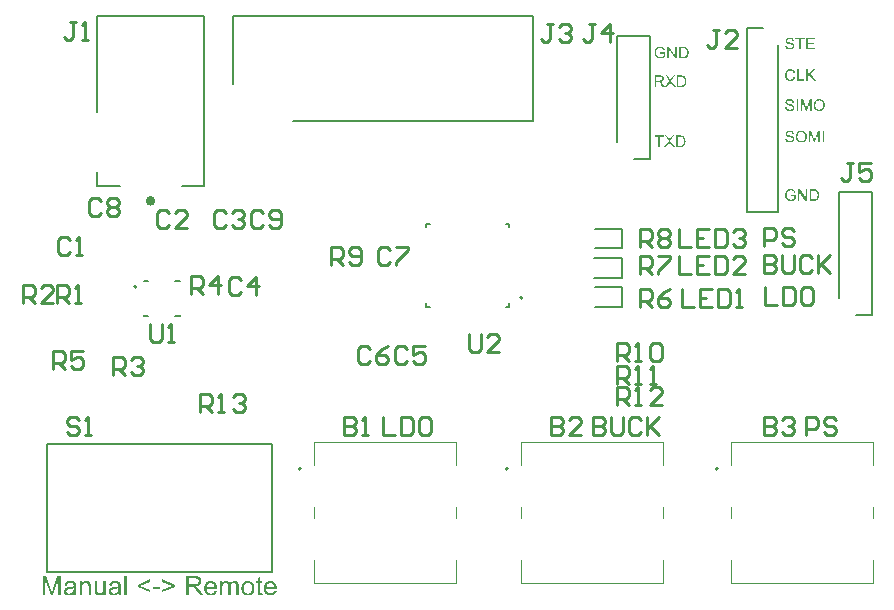
<source format=gto>
G04*
G04 #@! TF.GenerationSoftware,Altium Limited,Altium Designer,24.10.1 (45)*
G04*
G04 Layer_Color=65535*
%FSLAX44Y44*%
%MOMM*%
G71*
G04*
G04 #@! TF.SameCoordinates,AA472AB2-6637-4989-BC3C-C099BA8EEFD1*
G04*
G04*
G04 #@! TF.FilePolarity,Positive*
G04*
G01*
G75*
%ADD10C,0.2000*%
%ADD11C,0.4000*%
%ADD12C,0.1270*%
%ADD13C,0.1000*%
%ADD14C,0.2540*%
G36*
X659195Y358059D02*
X659308D01*
X659576Y358031D01*
X659872Y357989D01*
X660182Y357918D01*
X660520Y357834D01*
X660845Y357721D01*
X660859D01*
X660887Y357707D01*
X660929Y357693D01*
X660986Y357665D01*
X661141Y357580D01*
X661338Y357481D01*
X661550Y357340D01*
X661775Y357171D01*
X661987Y356988D01*
X662184Y356762D01*
X662212Y356734D01*
X662269Y356650D01*
X662353Y356523D01*
X662466Y356339D01*
X662579Y356114D01*
X662706Y355832D01*
X662832Y355522D01*
X662931Y355169D01*
X661761Y354859D01*
Y354873D01*
X661747Y354888D01*
X661733Y354930D01*
X661719Y354986D01*
X661676Y355113D01*
X661620Y355282D01*
X661535Y355480D01*
X661437Y355663D01*
X661338Y355860D01*
X661211Y356029D01*
X661197Y356044D01*
X661155Y356100D01*
X661070Y356170D01*
X660972Y356269D01*
X660845Y356382D01*
X660676Y356495D01*
X660492Y356607D01*
X660281Y356706D01*
X660253Y356720D01*
X660182Y356748D01*
X660055Y356791D01*
X659886Y356847D01*
X659689Y356889D01*
X659463Y356932D01*
X659210Y356960D01*
X658942Y356974D01*
X658787D01*
X658716Y356960D01*
X658632D01*
X658420Y356946D01*
X658180Y356903D01*
X657913Y356861D01*
X657659Y356791D01*
X657405Y356692D01*
X657377Y356678D01*
X657292Y356650D01*
X657179Y356579D01*
X657039Y356509D01*
X656869Y356396D01*
X656686Y356283D01*
X656517Y356142D01*
X656362Y355987D01*
X656348Y355973D01*
X656291Y355917D01*
X656221Y355818D01*
X656136Y355705D01*
X656038Y355564D01*
X655939Y355395D01*
X655840Y355212D01*
X655742Y355014D01*
Y355000D01*
X655727Y354972D01*
X655713Y354930D01*
X655685Y354859D01*
X655657Y354775D01*
X655629Y354676D01*
X655587Y354563D01*
X655558Y354436D01*
X655488Y354140D01*
X655432Y353802D01*
X655389Y353450D01*
X655375Y353055D01*
Y353041D01*
Y352999D01*
Y352928D01*
X655389Y352844D01*
Y352731D01*
X655403Y352590D01*
X655417Y352449D01*
X655432Y352294D01*
X655488Y351941D01*
X655558Y351575D01*
X655671Y351208D01*
X655812Y350856D01*
Y350842D01*
X655840Y350813D01*
X655854Y350771D01*
X655897Y350715D01*
X655995Y350560D01*
X656151Y350362D01*
X656334Y350151D01*
X656559Y349939D01*
X656827Y349742D01*
X657123Y349559D01*
X657137D01*
X657165Y349545D01*
X657208Y349517D01*
X657278Y349488D01*
X657349Y349460D01*
X657447Y349432D01*
X657673Y349347D01*
X657955Y349277D01*
X658265Y349206D01*
X658603Y349150D01*
X658956Y349136D01*
X659097D01*
X659181Y349150D01*
X659266D01*
X659477Y349178D01*
X659731Y349206D01*
X659999Y349263D01*
X660295Y349347D01*
X660591Y349446D01*
X660605D01*
X660633Y349460D01*
X660661Y349474D01*
X660718Y349502D01*
X660873Y349573D01*
X661042Y349658D01*
X661239Y349756D01*
X661451Y349869D01*
X661648Y349996D01*
X661817Y350137D01*
Y351969D01*
X658942D01*
Y353125D01*
X663086D01*
Y349502D01*
X663072Y349488D01*
X663044Y349474D01*
X662988Y349432D01*
X662917Y349376D01*
X662832Y349319D01*
X662734Y349249D01*
X662607Y349164D01*
X662480Y349080D01*
X662184Y348896D01*
X661846Y348699D01*
X661493Y348516D01*
X661113Y348361D01*
X661098D01*
X661070Y348346D01*
X661014Y348332D01*
X660943Y348304D01*
X660845Y348276D01*
X660732Y348234D01*
X660605Y348206D01*
X660478Y348177D01*
X660168Y348107D01*
X659816Y348036D01*
X659435Y347994D01*
X659040Y347980D01*
X658899D01*
X658801Y347994D01*
X658674D01*
X658519Y348008D01*
X658350Y348036D01*
X658166Y348050D01*
X657757Y348135D01*
X657320Y348234D01*
X656869Y348389D01*
X656644Y348473D01*
X656418Y348586D01*
X656404Y348600D01*
X656362Y348614D01*
X656305Y348657D01*
X656221Y348699D01*
X656122Y348769D01*
X656024Y348840D01*
X655756Y349037D01*
X655474Y349291D01*
X655178Y349601D01*
X654896Y349954D01*
X654642Y350362D01*
Y350377D01*
X654614Y350419D01*
X654586Y350475D01*
X654543Y350574D01*
X654501Y350672D01*
X654459Y350813D01*
X654402Y350955D01*
X654346Y351124D01*
X654290Y351307D01*
X654233Y351518D01*
X654191Y351730D01*
X654149Y351955D01*
X654078Y352449D01*
X654050Y352970D01*
Y352984D01*
Y353041D01*
Y353111D01*
X654064Y353210D01*
Y353337D01*
X654078Y353492D01*
X654106Y353647D01*
X654120Y353830D01*
X654163Y354028D01*
X654191Y354239D01*
X654304Y354690D01*
X654445Y355155D01*
X654642Y355621D01*
X654656Y355635D01*
X654670Y355677D01*
X654698Y355733D01*
X654755Y355818D01*
X654811Y355931D01*
X654882Y356044D01*
X655079Y356311D01*
X655319Y356622D01*
X655615Y356917D01*
X655953Y357214D01*
X656151Y357340D01*
X656348Y357467D01*
X656362Y357481D01*
X656404Y357495D01*
X656461Y357524D01*
X656545Y357566D01*
X656658Y357608D01*
X656785Y357665D01*
X656926Y357721D01*
X657095Y357777D01*
X657278Y357834D01*
X657476Y357876D01*
X657687Y357933D01*
X657913Y357975D01*
X658406Y358045D01*
X658660Y358074D01*
X659111D01*
X659195Y358059D01*
D02*
G37*
G36*
X672658Y348149D02*
X671319D01*
X666216Y355804D01*
Y348149D01*
X664975D01*
Y357904D01*
X666300D01*
X671417Y350235D01*
Y357904D01*
X672658D01*
Y348149D01*
D02*
G37*
G36*
X678832Y357890D02*
X679115Y357876D01*
X679396Y357848D01*
X679678Y357806D01*
X679918Y357763D01*
X679932D01*
X679960Y357749D01*
X680003D01*
X680059Y357721D01*
X680214Y357679D01*
X680411Y357608D01*
X680637Y357510D01*
X680877Y357383D01*
X681116Y357242D01*
X681342Y357058D01*
X681356Y357044D01*
X681370Y357030D01*
X681412Y356988D01*
X681469Y356946D01*
X681610Y356805D01*
X681779Y356607D01*
X681962Y356368D01*
X682159Y356086D01*
X682343Y355761D01*
X682498Y355395D01*
Y355381D01*
X682512Y355353D01*
X682540Y355296D01*
X682554Y355212D01*
X682596Y355113D01*
X682625Y355000D01*
X682653Y354873D01*
X682695Y354718D01*
X682737Y354563D01*
X682766Y354380D01*
X682836Y353985D01*
X682878Y353548D01*
X682893Y353069D01*
Y353055D01*
Y353027D01*
Y352956D01*
Y352886D01*
X682878Y352787D01*
Y352674D01*
X682864Y352407D01*
X682822Y352096D01*
X682780Y351772D01*
X682709Y351434D01*
X682625Y351095D01*
Y351081D01*
X682610Y351053D01*
X682596Y351011D01*
X682582Y350955D01*
X682526Y350799D01*
X682441Y350602D01*
X682357Y350377D01*
X682244Y350151D01*
X682103Y349911D01*
X681962Y349686D01*
X681948Y349658D01*
X681892Y349587D01*
X681807Y349488D01*
X681694Y349361D01*
X681567Y349221D01*
X681412Y349080D01*
X681257Y348924D01*
X681074Y348798D01*
X681046Y348783D01*
X680989Y348741D01*
X680891Y348685D01*
X680750Y348614D01*
X680581Y348530D01*
X680383Y348459D01*
X680158Y348375D01*
X679904Y348304D01*
X679876D01*
X679833Y348290D01*
X679791Y348276D01*
X679650Y348262D01*
X679453Y348234D01*
X679227Y348206D01*
X678959Y348177D01*
X678663Y348163D01*
X678339Y348149D01*
X674829D01*
Y357904D01*
X678579D01*
X678832Y357890D01*
D02*
G37*
G36*
X658124Y407589D02*
X658223D01*
X658491Y407561D01*
X658787Y407519D01*
X659097Y407448D01*
X659435Y407364D01*
X659745Y407251D01*
X659759D01*
X659788Y407237D01*
X659830Y407209D01*
X659886Y407180D01*
X660027Y407110D01*
X660210Y406983D01*
X660422Y406842D01*
X660633Y406659D01*
X660831Y406447D01*
X661014Y406208D01*
Y406194D01*
X661028Y406180D01*
X661056Y406137D01*
X661084Y406095D01*
X661155Y405954D01*
X661239Y405771D01*
X661338Y405545D01*
X661409Y405277D01*
X661479Y404995D01*
X661507Y404685D01*
X660267Y404587D01*
Y404601D01*
Y404629D01*
X660253Y404671D01*
X660239Y404742D01*
X660196Y404897D01*
X660140Y405108D01*
X660055Y405334D01*
X659928Y405559D01*
X659773Y405771D01*
X659576Y405968D01*
X659548Y405982D01*
X659477Y406039D01*
X659336Y406123D01*
X659153Y406208D01*
X658913Y406292D01*
X658632Y406377D01*
X658279Y406433D01*
X657884Y406447D01*
X657687D01*
X657602Y406433D01*
X657490Y406419D01*
X657236Y406391D01*
X656954Y406335D01*
X656672Y406264D01*
X656404Y406152D01*
X656291Y406081D01*
X656179Y406011D01*
X656151Y405996D01*
X656094Y405940D01*
X656010Y405841D01*
X655925Y405729D01*
X655826Y405574D01*
X655742Y405404D01*
X655685Y405207D01*
X655657Y404981D01*
Y404953D01*
Y404897D01*
X655671Y404798D01*
X655699Y404685D01*
X655742Y404544D01*
X655812Y404403D01*
X655897Y404263D01*
X656024Y404122D01*
X656038Y404107D01*
X656108Y404065D01*
X656164Y404023D01*
X656221Y403995D01*
X656305Y403952D01*
X656404Y403896D01*
X656531Y403854D01*
X656672Y403797D01*
X656827Y403741D01*
X657010Y403670D01*
X657208Y403614D01*
X657433Y403544D01*
X657687Y403487D01*
X657969Y403417D01*
X657983D01*
X658039Y403402D01*
X658124Y403388D01*
X658223Y403360D01*
X658350Y403332D01*
X658505Y403290D01*
X658660Y403247D01*
X658829Y403205D01*
X659195Y403106D01*
X659548Y403008D01*
X659717Y402951D01*
X659872Y402895D01*
X660013Y402853D01*
X660126Y402796D01*
X660140D01*
X660168Y402782D01*
X660210Y402754D01*
X660267Y402726D01*
X660422Y402641D01*
X660605Y402528D01*
X660817Y402374D01*
X661028Y402204D01*
X661225Y402007D01*
X661395Y401796D01*
X661409Y401767D01*
X661465Y401697D01*
X661521Y401570D01*
X661606Y401401D01*
X661676Y401203D01*
X661747Y400964D01*
X661789Y400696D01*
X661803Y400414D01*
Y400400D01*
Y400386D01*
Y400344D01*
Y400287D01*
X661775Y400132D01*
X661747Y399935D01*
X661691Y399709D01*
X661620Y399469D01*
X661507Y399216D01*
X661352Y398948D01*
Y398934D01*
X661338Y398920D01*
X661268Y398835D01*
X661169Y398708D01*
X661028Y398567D01*
X660845Y398398D01*
X660619Y398215D01*
X660366Y398046D01*
X660069Y397891D01*
X660055D01*
X660027Y397877D01*
X659985Y397862D01*
X659928Y397834D01*
X659844Y397806D01*
X659745Y397764D01*
X659520Y397707D01*
X659252Y397637D01*
X658928Y397566D01*
X658575Y397524D01*
X658195Y397510D01*
X657969D01*
X657856Y397524D01*
X657729D01*
X657588Y397538D01*
X657419Y397552D01*
X657067Y397609D01*
X656700Y397665D01*
X656334Y397764D01*
X655981Y397891D01*
X655967D01*
X655939Y397905D01*
X655897Y397933D01*
X655840Y397961D01*
X655671Y398046D01*
X655474Y398173D01*
X655248Y398342D01*
X655009Y398539D01*
X654783Y398779D01*
X654572Y399047D01*
Y399061D01*
X654543Y399089D01*
X654529Y399131D01*
X654487Y399188D01*
X654459Y399258D01*
X654417Y399343D01*
X654318Y399554D01*
X654219Y399822D01*
X654135Y400118D01*
X654078Y400456D01*
X654050Y400809D01*
X655262Y400922D01*
Y400907D01*
Y400893D01*
X655276Y400851D01*
Y400795D01*
X655305Y400668D01*
X655347Y400485D01*
X655403Y400301D01*
X655460Y400090D01*
X655558Y399892D01*
X655657Y399709D01*
X655671Y399695D01*
X655713Y399639D01*
X655784Y399540D01*
X655897Y399441D01*
X656038Y399314D01*
X656193Y399188D01*
X656404Y399061D01*
X656630Y398948D01*
X656644D01*
X656658Y398934D01*
X656700Y398920D01*
X656742Y398906D01*
X656883Y398863D01*
X657067Y398807D01*
X657292Y398750D01*
X657546Y398708D01*
X657828Y398680D01*
X658138Y398666D01*
X658265D01*
X658406Y398680D01*
X658575Y398694D01*
X658773Y398722D01*
X658998Y398750D01*
X659224Y398807D01*
X659435Y398877D01*
X659463Y398891D01*
X659534Y398920D01*
X659632Y398976D01*
X659759Y399033D01*
X659886Y399131D01*
X660027Y399230D01*
X660168Y399343D01*
X660281Y399484D01*
X660295Y399498D01*
X660323Y399554D01*
X660366Y399624D01*
X660422Y399737D01*
X660478Y399850D01*
X660520Y399991D01*
X660549Y400146D01*
X660563Y400315D01*
Y400329D01*
Y400400D01*
X660549Y400485D01*
X660535Y400597D01*
X660492Y400710D01*
X660450Y400851D01*
X660380Y400992D01*
X660281Y401119D01*
X660267Y401133D01*
X660225Y401175D01*
X660168Y401232D01*
X660069Y401316D01*
X659957Y401401D01*
X659802Y401499D01*
X659618Y401598D01*
X659407Y401683D01*
X659393Y401697D01*
X659322Y401711D01*
X659210Y401753D01*
X659139Y401767D01*
X659040Y401796D01*
X658942Y401838D01*
X658815Y401866D01*
X658674Y401908D01*
X658505Y401951D01*
X658335Y401993D01*
X658138Y402049D01*
X657913Y402106D01*
X657673Y402162D01*
X657659D01*
X657617Y402176D01*
X657546Y402190D01*
X657461Y402218D01*
X657349Y402247D01*
X657222Y402275D01*
X656940Y402359D01*
X656630Y402458D01*
X656305Y402557D01*
X656024Y402655D01*
X655897Y402712D01*
X655784Y402768D01*
X655770D01*
X655756Y402782D01*
X655671Y402839D01*
X655544Y402909D01*
X655403Y403022D01*
X655234Y403149D01*
X655065Y403304D01*
X654896Y403487D01*
X654755Y403685D01*
X654741Y403713D01*
X654698Y403783D01*
X654642Y403896D01*
X654586Y404037D01*
X654529Y404220D01*
X654473Y404432D01*
X654431Y404657D01*
X654417Y404897D01*
Y404911D01*
Y404925D01*
Y404967D01*
Y405024D01*
X654445Y405165D01*
X654473Y405348D01*
X654515Y405559D01*
X654586Y405799D01*
X654684Y406039D01*
X654825Y406278D01*
Y406292D01*
X654839Y406306D01*
X654910Y406391D01*
X655009Y406504D01*
X655135Y406645D01*
X655305Y406800D01*
X655516Y406969D01*
X655770Y407124D01*
X656052Y407265D01*
X656066D01*
X656094Y407279D01*
X656136Y407293D01*
X656193Y407322D01*
X656263Y407350D01*
X656362Y407378D01*
X656573Y407434D01*
X656841Y407491D01*
X657151Y407547D01*
X657476Y407589D01*
X657842Y407603D01*
X658025D01*
X658124Y407589D01*
D02*
G37*
G36*
X683442Y397679D02*
X682202D01*
Y405841D01*
X679354Y397679D01*
X678198D01*
X675379Y405982D01*
Y397679D01*
X674138D01*
Y407434D01*
X676069D01*
X678381Y400513D01*
Y400499D01*
X678395Y400470D01*
X678410Y400428D01*
X678438Y400358D01*
X678494Y400188D01*
X678565Y399977D01*
X678635Y399737D01*
X678720Y399498D01*
X678790Y399272D01*
X678847Y399075D01*
X678861Y399103D01*
X678875Y399173D01*
X678917Y399300D01*
X678973Y399469D01*
X679044Y399695D01*
X679143Y399963D01*
X679241Y400273D01*
X679368Y400639D01*
X681708Y407434D01*
X683442D01*
Y397679D01*
D02*
G37*
G36*
X687051D02*
X685754D01*
Y407434D01*
X687051D01*
Y397679D01*
D02*
G37*
G36*
X668076Y407589D02*
X668203D01*
X668330Y407575D01*
X668499Y407547D01*
X668669Y407519D01*
X669035Y407448D01*
X669458Y407336D01*
X669867Y407166D01*
X670078Y407068D01*
X670290Y406955D01*
X670304Y406941D01*
X670332Y406927D01*
X670388Y406884D01*
X670473Y406842D01*
X670558Y406772D01*
X670670Y406687D01*
X670910Y406490D01*
X671164Y406236D01*
X671446Y405926D01*
X671713Y405559D01*
X671939Y405151D01*
Y405136D01*
X671967Y405094D01*
X671995Y405038D01*
X672024Y404953D01*
X672080Y404840D01*
X672122Y404714D01*
X672179Y404558D01*
X672235Y404389D01*
X672277Y404206D01*
X672334Y404009D01*
X672390Y403783D01*
X672432Y403558D01*
X672489Y403064D01*
X672517Y402528D01*
Y402514D01*
Y402458D01*
Y402388D01*
X672503Y402275D01*
Y402148D01*
X672489Y401993D01*
X672461Y401824D01*
X672447Y401640D01*
X672376Y401232D01*
X672263Y400780D01*
X672108Y400329D01*
X672024Y400104D01*
X671911Y399878D01*
Y399864D01*
X671883Y399822D01*
X671854Y399766D01*
X671798Y399681D01*
X671742Y399582D01*
X671671Y399484D01*
X671474Y399216D01*
X671234Y398934D01*
X670952Y398638D01*
X670614Y398356D01*
X670219Y398102D01*
X670205D01*
X670177Y398074D01*
X670107Y398046D01*
X670022Y398003D01*
X669923Y397961D01*
X669810Y397919D01*
X669669Y397862D01*
X669514Y397806D01*
X669345Y397750D01*
X669162Y397693D01*
X668753Y397609D01*
X668316Y397538D01*
X667851Y397510D01*
X667710D01*
X667625Y397524D01*
X667498D01*
X667358Y397552D01*
X667203Y397566D01*
X667019Y397595D01*
X666639Y397679D01*
X666230Y397792D01*
X665807Y397961D01*
X665595Y398060D01*
X665384Y398173D01*
X665370Y398187D01*
X665342Y398201D01*
X665285Y398243D01*
X665201Y398299D01*
X665116Y398356D01*
X665017Y398440D01*
X664778Y398652D01*
X664510Y398906D01*
X664228Y399216D01*
X663974Y399568D01*
X663735Y399977D01*
Y399991D01*
X663706Y400033D01*
X663678Y400090D01*
X663650Y400174D01*
X663608Y400287D01*
X663566Y400414D01*
X663509Y400555D01*
X663467Y400710D01*
X663410Y400893D01*
X663354Y401077D01*
X663269Y401499D01*
X663213Y401936D01*
X663185Y402416D01*
Y402430D01*
Y402444D01*
Y402528D01*
X663199Y402655D01*
Y402825D01*
X663227Y403022D01*
X663255Y403262D01*
X663298Y403529D01*
X663354Y403811D01*
X663410Y404107D01*
X663495Y404417D01*
X663608Y404728D01*
X663735Y405052D01*
X663876Y405362D01*
X664059Y405672D01*
X664256Y405954D01*
X664482Y406222D01*
X664496Y406236D01*
X664538Y406278D01*
X664623Y406349D01*
X664721Y406433D01*
X664848Y406546D01*
X665003Y406659D01*
X665187Y406786D01*
X665398Y406913D01*
X665624Y407040D01*
X665877Y407166D01*
X666159Y407279D01*
X666455Y407392D01*
X666780Y407477D01*
X667118Y407547D01*
X667470Y407589D01*
X667851Y407603D01*
X667978D01*
X668076Y407589D01*
D02*
G37*
G36*
X658124Y434259D02*
X658223D01*
X658491Y434231D01*
X658787Y434189D01*
X659097Y434118D01*
X659435Y434034D01*
X659745Y433921D01*
X659759D01*
X659788Y433907D01*
X659830Y433879D01*
X659886Y433851D01*
X660027Y433780D01*
X660210Y433653D01*
X660422Y433512D01*
X660633Y433329D01*
X660831Y433117D01*
X661014Y432878D01*
Y432864D01*
X661028Y432850D01*
X661056Y432807D01*
X661084Y432765D01*
X661155Y432624D01*
X661239Y432441D01*
X661338Y432215D01*
X661409Y431947D01*
X661479Y431665D01*
X661507Y431355D01*
X660267Y431257D01*
Y431271D01*
Y431299D01*
X660253Y431341D01*
X660239Y431412D01*
X660196Y431567D01*
X660140Y431778D01*
X660055Y432004D01*
X659928Y432229D01*
X659773Y432441D01*
X659576Y432638D01*
X659548Y432652D01*
X659477Y432709D01*
X659336Y432793D01*
X659153Y432878D01*
X658913Y432962D01*
X658632Y433047D01*
X658279Y433103D01*
X657884Y433117D01*
X657687D01*
X657602Y433103D01*
X657490Y433089D01*
X657236Y433061D01*
X656954Y433005D01*
X656672Y432934D01*
X656404Y432822D01*
X656291Y432751D01*
X656179Y432681D01*
X656151Y432666D01*
X656094Y432610D01*
X656010Y432511D01*
X655925Y432399D01*
X655826Y432243D01*
X655742Y432074D01*
X655685Y431877D01*
X655657Y431651D01*
Y431623D01*
Y431567D01*
X655671Y431468D01*
X655699Y431355D01*
X655742Y431214D01*
X655812Y431073D01*
X655897Y430933D01*
X656024Y430792D01*
X656038Y430777D01*
X656108Y430735D01*
X656164Y430693D01*
X656221Y430665D01*
X656305Y430622D01*
X656404Y430566D01*
X656531Y430524D01*
X656672Y430467D01*
X656827Y430411D01*
X657010Y430340D01*
X657208Y430284D01*
X657433Y430214D01*
X657687Y430157D01*
X657969Y430087D01*
X657983D01*
X658039Y430073D01*
X658124Y430058D01*
X658223Y430030D01*
X658350Y430002D01*
X658505Y429960D01*
X658660Y429917D01*
X658829Y429875D01*
X659195Y429776D01*
X659548Y429678D01*
X659717Y429621D01*
X659872Y429565D01*
X660013Y429523D01*
X660126Y429466D01*
X660140D01*
X660168Y429452D01*
X660210Y429424D01*
X660267Y429396D01*
X660422Y429311D01*
X660605Y429198D01*
X660817Y429044D01*
X661028Y428874D01*
X661225Y428677D01*
X661395Y428465D01*
X661409Y428437D01*
X661465Y428367D01*
X661521Y428240D01*
X661606Y428071D01*
X661676Y427873D01*
X661747Y427634D01*
X661789Y427366D01*
X661803Y427084D01*
Y427070D01*
Y427056D01*
Y427014D01*
Y426957D01*
X661775Y426802D01*
X661747Y426605D01*
X661691Y426379D01*
X661620Y426139D01*
X661507Y425886D01*
X661352Y425618D01*
Y425604D01*
X661338Y425590D01*
X661268Y425505D01*
X661169Y425378D01*
X661028Y425237D01*
X660845Y425068D01*
X660619Y424885D01*
X660366Y424716D01*
X660069Y424561D01*
X660055D01*
X660027Y424547D01*
X659985Y424532D01*
X659928Y424504D01*
X659844Y424476D01*
X659745Y424434D01*
X659520Y424377D01*
X659252Y424307D01*
X658928Y424236D01*
X658575Y424194D01*
X658195Y424180D01*
X657969D01*
X657856Y424194D01*
X657729D01*
X657588Y424208D01*
X657419Y424222D01*
X657067Y424279D01*
X656700Y424335D01*
X656334Y424434D01*
X655981Y424561D01*
X655967D01*
X655939Y424575D01*
X655897Y424603D01*
X655840Y424631D01*
X655671Y424716D01*
X655474Y424843D01*
X655248Y425012D01*
X655009Y425209D01*
X654783Y425449D01*
X654572Y425717D01*
Y425731D01*
X654543Y425759D01*
X654529Y425801D01*
X654487Y425858D01*
X654459Y425928D01*
X654417Y426013D01*
X654318Y426224D01*
X654219Y426492D01*
X654135Y426788D01*
X654078Y427126D01*
X654050Y427479D01*
X655262Y427592D01*
Y427577D01*
Y427563D01*
X655276Y427521D01*
Y427465D01*
X655305Y427338D01*
X655347Y427155D01*
X655403Y426971D01*
X655460Y426760D01*
X655558Y426562D01*
X655657Y426379D01*
X655671Y426365D01*
X655713Y426309D01*
X655784Y426210D01*
X655897Y426111D01*
X656038Y425984D01*
X656193Y425858D01*
X656404Y425731D01*
X656630Y425618D01*
X656644D01*
X656658Y425604D01*
X656700Y425590D01*
X656742Y425576D01*
X656883Y425533D01*
X657067Y425477D01*
X657292Y425420D01*
X657546Y425378D01*
X657828Y425350D01*
X658138Y425336D01*
X658265D01*
X658406Y425350D01*
X658575Y425364D01*
X658773Y425392D01*
X658998Y425420D01*
X659224Y425477D01*
X659435Y425547D01*
X659463Y425561D01*
X659534Y425590D01*
X659632Y425646D01*
X659759Y425703D01*
X659886Y425801D01*
X660027Y425900D01*
X660168Y426013D01*
X660281Y426154D01*
X660295Y426168D01*
X660323Y426224D01*
X660366Y426295D01*
X660422Y426407D01*
X660478Y426520D01*
X660520Y426661D01*
X660549Y426816D01*
X660563Y426985D01*
Y426999D01*
Y427070D01*
X660549Y427155D01*
X660535Y427267D01*
X660492Y427380D01*
X660450Y427521D01*
X660380Y427662D01*
X660281Y427789D01*
X660267Y427803D01*
X660225Y427845D01*
X660168Y427902D01*
X660069Y427986D01*
X659957Y428071D01*
X659802Y428170D01*
X659618Y428268D01*
X659407Y428353D01*
X659393Y428367D01*
X659322Y428381D01*
X659210Y428423D01*
X659139Y428437D01*
X659040Y428465D01*
X658942Y428508D01*
X658815Y428536D01*
X658674Y428578D01*
X658505Y428621D01*
X658335Y428663D01*
X658138Y428719D01*
X657913Y428776D01*
X657673Y428832D01*
X657659D01*
X657617Y428846D01*
X657546Y428860D01*
X657461Y428888D01*
X657349Y428917D01*
X657222Y428945D01*
X656940Y429029D01*
X656630Y429128D01*
X656305Y429227D01*
X656024Y429325D01*
X655897Y429382D01*
X655784Y429438D01*
X655770D01*
X655756Y429452D01*
X655671Y429509D01*
X655544Y429579D01*
X655403Y429692D01*
X655234Y429819D01*
X655065Y429974D01*
X654896Y430157D01*
X654755Y430354D01*
X654741Y430383D01*
X654698Y430453D01*
X654642Y430566D01*
X654586Y430707D01*
X654529Y430890D01*
X654473Y431102D01*
X654431Y431327D01*
X654417Y431567D01*
Y431581D01*
Y431595D01*
Y431637D01*
Y431694D01*
X654445Y431835D01*
X654473Y432018D01*
X654515Y432229D01*
X654586Y432469D01*
X654684Y432709D01*
X654825Y432948D01*
Y432962D01*
X654839Y432976D01*
X654910Y433061D01*
X655009Y433174D01*
X655135Y433315D01*
X655305Y433470D01*
X655516Y433639D01*
X655770Y433794D01*
X656052Y433935D01*
X656066D01*
X656094Y433949D01*
X656136Y433963D01*
X656193Y433992D01*
X656263Y434020D01*
X656362Y434048D01*
X656573Y434104D01*
X656841Y434161D01*
X657151Y434217D01*
X657476Y434259D01*
X657842Y434273D01*
X658025D01*
X658124Y434259D01*
D02*
G37*
G36*
X676633Y424349D02*
X675393D01*
Y432511D01*
X672545Y424349D01*
X671389D01*
X668570Y432652D01*
Y424349D01*
X667329D01*
Y434104D01*
X669261D01*
X671573Y427183D01*
Y427169D01*
X671587Y427140D01*
X671601Y427098D01*
X671629Y427028D01*
X671685Y426858D01*
X671756Y426647D01*
X671826Y426407D01*
X671911Y426168D01*
X671981Y425942D01*
X672038Y425745D01*
X672052Y425773D01*
X672066Y425843D01*
X672108Y425970D01*
X672165Y426139D01*
X672235Y426365D01*
X672334Y426633D01*
X672432Y426943D01*
X672559Y427309D01*
X674900Y434104D01*
X676633D01*
Y424349D01*
D02*
G37*
G36*
X665088D02*
X663791D01*
Y434104D01*
X665088D01*
Y424349D01*
D02*
G37*
G36*
X683231Y434259D02*
X683358D01*
X683484Y434245D01*
X683654Y434217D01*
X683823Y434189D01*
X684189Y434118D01*
X684612Y434006D01*
X685021Y433836D01*
X685233Y433738D01*
X685444Y433625D01*
X685458Y433611D01*
X685486Y433597D01*
X685543Y433554D01*
X685627Y433512D01*
X685712Y433442D01*
X685825Y433357D01*
X686064Y433160D01*
X686318Y432906D01*
X686600Y432596D01*
X686868Y432229D01*
X687093Y431821D01*
Y431806D01*
X687122Y431764D01*
X687150Y431708D01*
X687178Y431623D01*
X687234Y431510D01*
X687277Y431384D01*
X687333Y431228D01*
X687389Y431059D01*
X687432Y430876D01*
X687488Y430679D01*
X687544Y430453D01*
X687587Y430228D01*
X687643Y429734D01*
X687671Y429198D01*
Y429184D01*
Y429128D01*
Y429058D01*
X687657Y428945D01*
Y428818D01*
X687643Y428663D01*
X687615Y428494D01*
X687601Y428310D01*
X687530Y427902D01*
X687418Y427450D01*
X687262Y426999D01*
X687178Y426774D01*
X687065Y426548D01*
Y426534D01*
X687037Y426492D01*
X687009Y426436D01*
X686952Y426351D01*
X686896Y426252D01*
X686825Y426154D01*
X686628Y425886D01*
X686388Y425604D01*
X686107Y425308D01*
X685768Y425026D01*
X685374Y424772D01*
X685359D01*
X685331Y424744D01*
X685261Y424716D01*
X685176Y424673D01*
X685078Y424631D01*
X684965Y424589D01*
X684824Y424532D01*
X684669Y424476D01*
X684500Y424420D01*
X684316Y424363D01*
X683907Y424279D01*
X683470Y424208D01*
X683005Y424180D01*
X682864D01*
X682780Y424194D01*
X682653D01*
X682512Y424222D01*
X682357Y424236D01*
X682173Y424265D01*
X681793Y424349D01*
X681384Y424462D01*
X680961Y424631D01*
X680750Y424730D01*
X680538Y424843D01*
X680524Y424857D01*
X680496Y424871D01*
X680440Y424913D01*
X680355Y424969D01*
X680270Y425026D01*
X680172Y425110D01*
X679932Y425322D01*
X679664Y425576D01*
X679382Y425886D01*
X679129Y426238D01*
X678889Y426647D01*
Y426661D01*
X678861Y426703D01*
X678832Y426760D01*
X678804Y426844D01*
X678762Y426957D01*
X678720Y427084D01*
X678663Y427225D01*
X678621Y427380D01*
X678565Y427563D01*
X678508Y427747D01*
X678424Y428170D01*
X678367Y428606D01*
X678339Y429086D01*
Y429100D01*
Y429114D01*
Y429198D01*
X678353Y429325D01*
Y429495D01*
X678381Y429692D01*
X678410Y429932D01*
X678452Y430199D01*
X678508Y430481D01*
X678565Y430777D01*
X678649Y431087D01*
X678762Y431398D01*
X678889Y431722D01*
X679030Y432032D01*
X679213Y432342D01*
X679410Y432624D01*
X679636Y432892D01*
X679650Y432906D01*
X679692Y432948D01*
X679777Y433019D01*
X679876Y433103D01*
X680003Y433216D01*
X680158Y433329D01*
X680341Y433456D01*
X680552Y433583D01*
X680778Y433710D01*
X681032Y433836D01*
X681314Y433949D01*
X681610Y434062D01*
X681934Y434147D01*
X682272Y434217D01*
X682625Y434259D01*
X683005Y434273D01*
X683132D01*
X683231Y434259D01*
D02*
G37*
G36*
X658885Y459659D02*
X659012Y459645D01*
X659167Y459631D01*
X659322Y459617D01*
X659505Y459575D01*
X659886Y459490D01*
X660309Y459363D01*
X660520Y459279D01*
X660718Y459180D01*
X660915Y459053D01*
X661113Y458926D01*
X661127Y458912D01*
X661155Y458898D01*
X661211Y458856D01*
X661282Y458785D01*
X661352Y458715D01*
X661451Y458616D01*
X661550Y458503D01*
X661662Y458391D01*
X661775Y458250D01*
X661888Y458080D01*
X662015Y457911D01*
X662128Y457728D01*
X662226Y457517D01*
X662339Y457305D01*
X662424Y457080D01*
X662508Y456826D01*
X661239Y456530D01*
Y456544D01*
X661225Y456572D01*
X661197Y456628D01*
X661169Y456699D01*
X661141Y456784D01*
X661098Y456896D01*
X660986Y457122D01*
X660845Y457376D01*
X660676Y457629D01*
X660464Y457869D01*
X660239Y458080D01*
X660210Y458109D01*
X660126Y458165D01*
X659985Y458236D01*
X659802Y458334D01*
X659562Y458419D01*
X659294Y458503D01*
X658970Y458560D01*
X658617Y458574D01*
X658505D01*
X658434Y458560D01*
X658335D01*
X658223Y458546D01*
X657955Y458503D01*
X657659Y458447D01*
X657349Y458348D01*
X657025Y458207D01*
X656728Y458024D01*
X656714D01*
X656700Y457996D01*
X656602Y457925D01*
X656475Y457813D01*
X656320Y457644D01*
X656136Y457432D01*
X655967Y457192D01*
X655812Y456896D01*
X655671Y456572D01*
Y456558D01*
X655657Y456530D01*
X655643Y456488D01*
X655629Y456417D01*
X655601Y456333D01*
X655573Y456234D01*
X655530Y455994D01*
X655474Y455712D01*
X655417Y455402D01*
X655389Y455064D01*
X655375Y454697D01*
Y454683D01*
Y454641D01*
Y454570D01*
Y454486D01*
X655389Y454387D01*
Y454260D01*
X655403Y454119D01*
X655417Y453964D01*
X655460Y453626D01*
X655530Y453259D01*
X655615Y452893D01*
X655727Y452526D01*
Y452512D01*
X655742Y452484D01*
X655770Y452442D01*
X655798Y452371D01*
X655883Y452202D01*
X656010Y452005D01*
X656164Y451779D01*
X656362Y451539D01*
X656588Y451328D01*
X656855Y451131D01*
X656869D01*
X656898Y451117D01*
X656940Y451088D01*
X656996Y451060D01*
X657067Y451032D01*
X657151Y450990D01*
X657349Y450905D01*
X657602Y450821D01*
X657884Y450750D01*
X658195Y450694D01*
X658519Y450680D01*
X658617D01*
X658702Y450694D01*
X658801D01*
X658899Y450708D01*
X659153Y450764D01*
X659449Y450835D01*
X659745Y450947D01*
X660055Y451102D01*
X660210Y451187D01*
X660351Y451300D01*
X660366Y451314D01*
X660380Y451328D01*
X660422Y451370D01*
X660478Y451413D01*
X660535Y451483D01*
X660605Y451568D01*
X660690Y451652D01*
X660760Y451765D01*
X660845Y451892D01*
X660943Y452033D01*
X661028Y452174D01*
X661113Y452343D01*
X661183Y452526D01*
X661254Y452724D01*
X661324Y452935D01*
X661380Y453161D01*
X662677Y452836D01*
Y452822D01*
X662663Y452766D01*
X662635Y452681D01*
X662593Y452569D01*
X662551Y452442D01*
X662494Y452287D01*
X662424Y452118D01*
X662339Y451934D01*
X662142Y451539D01*
X661888Y451145D01*
X661733Y450947D01*
X661578Y450750D01*
X661409Y450581D01*
X661211Y450412D01*
X661197Y450398D01*
X661169Y450369D01*
X661098Y450341D01*
X661028Y450285D01*
X660915Y450214D01*
X660803Y450144D01*
X660647Y450073D01*
X660492Y450003D01*
X660309Y449918D01*
X660112Y449848D01*
X659900Y449777D01*
X659675Y449707D01*
X659435Y449650D01*
X659181Y449622D01*
X658913Y449594D01*
X658632Y449580D01*
X658476D01*
X658364Y449594D01*
X658237D01*
X658082Y449608D01*
X657913Y449636D01*
X657715Y449665D01*
X657306Y449735D01*
X656883Y449848D01*
X656461Y450003D01*
X656263Y450102D01*
X656066Y450214D01*
X656052Y450229D01*
X656024Y450243D01*
X655967Y450285D01*
X655911Y450341D01*
X655826Y450398D01*
X655727Y450482D01*
X655615Y450581D01*
X655502Y450694D01*
X655389Y450821D01*
X655262Y450947D01*
X655009Y451272D01*
X654769Y451652D01*
X654557Y452075D01*
Y452089D01*
X654529Y452132D01*
X654515Y452202D01*
X654473Y452287D01*
X654445Y452399D01*
X654402Y452540D01*
X654346Y452695D01*
X654304Y452865D01*
X654261Y453048D01*
X654205Y453259D01*
X654135Y453696D01*
X654078Y454190D01*
X654050Y454697D01*
Y454711D01*
Y454768D01*
Y454852D01*
X654064Y454951D01*
Y455092D01*
X654078Y455233D01*
X654092Y455416D01*
X654120Y455599D01*
X654191Y456008D01*
X654290Y456459D01*
X654431Y456910D01*
X654628Y457347D01*
X654642Y457361D01*
X654656Y457404D01*
X654684Y457460D01*
X654741Y457531D01*
X654797Y457629D01*
X654868Y457742D01*
X655051Y457996D01*
X655291Y458278D01*
X655573Y458560D01*
X655897Y458842D01*
X656277Y459081D01*
X656291Y459095D01*
X656334Y459110D01*
X656390Y459138D01*
X656461Y459180D01*
X656573Y459222D01*
X656686Y459265D01*
X656827Y459321D01*
X656982Y459377D01*
X657151Y459434D01*
X657335Y459490D01*
X657729Y459575D01*
X658180Y459645D01*
X658646Y459674D01*
X658787D01*
X658885Y459659D01*
D02*
G37*
G36*
X675590Y455543D02*
X679862Y449749D01*
X678156D01*
X674688Y454669D01*
X673095Y453132D01*
Y449749D01*
X671798D01*
Y459504D01*
X673095D01*
Y454655D01*
X677916Y459504D01*
X679678D01*
X675590Y455543D01*
D02*
G37*
G36*
X665511Y450905D02*
X670318D01*
Y449749D01*
X664214D01*
Y459504D01*
X665511D01*
Y450905D01*
D02*
G37*
G36*
X658124Y486329D02*
X658223D01*
X658491Y486301D01*
X658787Y486259D01*
X659097Y486188D01*
X659435Y486104D01*
X659745Y485991D01*
X659759D01*
X659788Y485977D01*
X659830Y485949D01*
X659886Y485920D01*
X660027Y485850D01*
X660210Y485723D01*
X660422Y485582D01*
X660633Y485399D01*
X660831Y485187D01*
X661014Y484948D01*
Y484934D01*
X661028Y484920D01*
X661056Y484877D01*
X661084Y484835D01*
X661155Y484694D01*
X661239Y484511D01*
X661338Y484285D01*
X661409Y484017D01*
X661479Y483736D01*
X661507Y483425D01*
X660267Y483327D01*
Y483341D01*
Y483369D01*
X660253Y483411D01*
X660239Y483482D01*
X660196Y483637D01*
X660140Y483848D01*
X660055Y484074D01*
X659928Y484299D01*
X659773Y484511D01*
X659576Y484708D01*
X659548Y484722D01*
X659477Y484779D01*
X659336Y484863D01*
X659153Y484948D01*
X658913Y485032D01*
X658632Y485117D01*
X658279Y485173D01*
X657884Y485187D01*
X657687D01*
X657602Y485173D01*
X657490Y485159D01*
X657236Y485131D01*
X656954Y485075D01*
X656672Y485004D01*
X656404Y484892D01*
X656291Y484821D01*
X656179Y484751D01*
X656151Y484736D01*
X656094Y484680D01*
X656010Y484581D01*
X655925Y484469D01*
X655826Y484314D01*
X655742Y484144D01*
X655685Y483947D01*
X655657Y483721D01*
Y483693D01*
Y483637D01*
X655671Y483538D01*
X655699Y483425D01*
X655742Y483284D01*
X655812Y483143D01*
X655897Y483003D01*
X656024Y482862D01*
X656038Y482847D01*
X656108Y482805D01*
X656164Y482763D01*
X656221Y482735D01*
X656305Y482692D01*
X656404Y482636D01*
X656531Y482594D01*
X656672Y482537D01*
X656827Y482481D01*
X657010Y482410D01*
X657208Y482354D01*
X657433Y482284D01*
X657687Y482227D01*
X657969Y482157D01*
X657983D01*
X658039Y482142D01*
X658124Y482128D01*
X658223Y482100D01*
X658350Y482072D01*
X658505Y482030D01*
X658660Y481987D01*
X658829Y481945D01*
X659195Y481847D01*
X659548Y481748D01*
X659717Y481691D01*
X659872Y481635D01*
X660013Y481593D01*
X660126Y481536D01*
X660140D01*
X660168Y481522D01*
X660210Y481494D01*
X660267Y481466D01*
X660422Y481381D01*
X660605Y481269D01*
X660817Y481114D01*
X661028Y480944D01*
X661225Y480747D01*
X661395Y480536D01*
X661409Y480507D01*
X661465Y480437D01*
X661521Y480310D01*
X661606Y480141D01*
X661676Y479943D01*
X661747Y479704D01*
X661789Y479436D01*
X661803Y479154D01*
Y479140D01*
Y479126D01*
Y479084D01*
Y479027D01*
X661775Y478872D01*
X661747Y478675D01*
X661691Y478449D01*
X661620Y478209D01*
X661507Y477956D01*
X661352Y477688D01*
Y477674D01*
X661338Y477660D01*
X661268Y477575D01*
X661169Y477448D01*
X661028Y477307D01*
X660845Y477138D01*
X660619Y476955D01*
X660366Y476786D01*
X660069Y476631D01*
X660055D01*
X660027Y476617D01*
X659985Y476602D01*
X659928Y476574D01*
X659844Y476546D01*
X659745Y476504D01*
X659520Y476447D01*
X659252Y476377D01*
X658928Y476306D01*
X658575Y476264D01*
X658195Y476250D01*
X657969D01*
X657856Y476264D01*
X657729D01*
X657588Y476278D01*
X657419Y476292D01*
X657067Y476349D01*
X656700Y476405D01*
X656334Y476504D01*
X655981Y476631D01*
X655967D01*
X655939Y476645D01*
X655897Y476673D01*
X655840Y476701D01*
X655671Y476786D01*
X655474Y476913D01*
X655248Y477082D01*
X655009Y477279D01*
X654783Y477519D01*
X654572Y477787D01*
Y477801D01*
X654543Y477829D01*
X654529Y477871D01*
X654487Y477928D01*
X654459Y477998D01*
X654417Y478083D01*
X654318Y478294D01*
X654219Y478562D01*
X654135Y478858D01*
X654078Y479196D01*
X654050Y479549D01*
X655262Y479661D01*
Y479647D01*
Y479633D01*
X655276Y479591D01*
Y479535D01*
X655305Y479408D01*
X655347Y479225D01*
X655403Y479041D01*
X655460Y478830D01*
X655558Y478632D01*
X655657Y478449D01*
X655671Y478435D01*
X655713Y478379D01*
X655784Y478280D01*
X655897Y478181D01*
X656038Y478054D01*
X656193Y477928D01*
X656404Y477801D01*
X656630Y477688D01*
X656644D01*
X656658Y477674D01*
X656700Y477660D01*
X656742Y477646D01*
X656883Y477603D01*
X657067Y477547D01*
X657292Y477491D01*
X657546Y477448D01*
X657828Y477420D01*
X658138Y477406D01*
X658265D01*
X658406Y477420D01*
X658575Y477434D01*
X658773Y477462D01*
X658998Y477491D01*
X659224Y477547D01*
X659435Y477617D01*
X659463Y477631D01*
X659534Y477660D01*
X659632Y477716D01*
X659759Y477772D01*
X659886Y477871D01*
X660027Y477970D01*
X660168Y478083D01*
X660281Y478224D01*
X660295Y478238D01*
X660323Y478294D01*
X660366Y478365D01*
X660422Y478477D01*
X660478Y478590D01*
X660520Y478731D01*
X660549Y478886D01*
X660563Y479055D01*
Y479069D01*
Y479140D01*
X660549Y479225D01*
X660535Y479337D01*
X660492Y479450D01*
X660450Y479591D01*
X660380Y479732D01*
X660281Y479859D01*
X660267Y479873D01*
X660225Y479915D01*
X660168Y479972D01*
X660069Y480056D01*
X659957Y480141D01*
X659802Y480239D01*
X659618Y480338D01*
X659407Y480423D01*
X659393Y480437D01*
X659322Y480451D01*
X659210Y480493D01*
X659139Y480507D01*
X659040Y480536D01*
X658942Y480578D01*
X658815Y480606D01*
X658674Y480648D01*
X658505Y480691D01*
X658335Y480733D01*
X658138Y480789D01*
X657913Y480846D01*
X657673Y480902D01*
X657659D01*
X657617Y480916D01*
X657546Y480930D01*
X657461Y480958D01*
X657349Y480987D01*
X657222Y481015D01*
X656940Y481099D01*
X656630Y481198D01*
X656305Y481297D01*
X656024Y481395D01*
X655897Y481452D01*
X655784Y481508D01*
X655770D01*
X655756Y481522D01*
X655671Y481579D01*
X655544Y481649D01*
X655403Y481762D01*
X655234Y481889D01*
X655065Y482044D01*
X654896Y482227D01*
X654755Y482425D01*
X654741Y482453D01*
X654698Y482523D01*
X654642Y482636D01*
X654586Y482777D01*
X654529Y482960D01*
X654473Y483172D01*
X654431Y483397D01*
X654417Y483637D01*
Y483651D01*
Y483665D01*
Y483707D01*
Y483764D01*
X654445Y483905D01*
X654473Y484088D01*
X654515Y484299D01*
X654586Y484539D01*
X654684Y484779D01*
X654825Y485018D01*
Y485032D01*
X654839Y485047D01*
X654910Y485131D01*
X655009Y485244D01*
X655135Y485385D01*
X655305Y485540D01*
X655516Y485709D01*
X655770Y485864D01*
X656052Y486005D01*
X656066D01*
X656094Y486019D01*
X656136Y486033D01*
X656193Y486062D01*
X656263Y486090D01*
X656362Y486118D01*
X656573Y486174D01*
X656841Y486231D01*
X657151Y486287D01*
X657476Y486329D01*
X657842Y486343D01*
X658025D01*
X658124Y486329D01*
D02*
G37*
G36*
X678988Y485018D02*
X673222D01*
Y482044D01*
X678621D01*
Y480888D01*
X673222D01*
Y477575D01*
X679213D01*
Y476419D01*
X671925D01*
Y486174D01*
X678988D01*
Y485018D01*
D02*
G37*
G36*
X670572D02*
X667358D01*
Y476419D01*
X666061D01*
Y485018D01*
X662847D01*
Y486174D01*
X670572D01*
Y485018D01*
D02*
G37*
G36*
X556910Y398817D02*
X560561Y393700D01*
X558968D01*
X556501Y397168D01*
X556487Y397182D01*
X556459Y397224D01*
X556431Y397281D01*
X556374Y397351D01*
X556247Y397548D01*
X556106Y397760D01*
X556092Y397746D01*
X556050Y397690D01*
X555994Y397605D01*
X555923Y397492D01*
X555768Y397267D01*
X555698Y397168D01*
X555641Y397083D01*
X553174Y393700D01*
X551623D01*
X555387Y398747D01*
X552061Y403455D01*
X553597D01*
X555373Y400946D01*
Y400932D01*
X555401Y400918D01*
X555430Y400875D01*
X555472Y400819D01*
X555556Y400678D01*
X555683Y400509D01*
X555810Y400312D01*
X555937Y400114D01*
X556050Y399931D01*
X556149Y399762D01*
X556163Y399790D01*
X556205Y399846D01*
X556275Y399959D01*
X556374Y400100D01*
X556487Y400255D01*
X556628Y400452D01*
X556769Y400650D01*
X556938Y400861D01*
X558883Y403455D01*
X560293D01*
X556910Y398817D01*
D02*
G37*
G36*
X565720Y403441D02*
X566002Y403427D01*
X566284Y403399D01*
X566566Y403356D01*
X566806Y403314D01*
X566820D01*
X566848Y403300D01*
X566890D01*
X566947Y403272D01*
X567102Y403230D01*
X567299Y403159D01*
X567525Y403060D01*
X567765Y402934D01*
X568004Y402793D01*
X568230Y402609D01*
X568244Y402595D01*
X568258Y402581D01*
X568300Y402539D01*
X568357Y402496D01*
X568498Y402356D01*
X568667Y402158D01*
X568850Y401919D01*
X569047Y401637D01*
X569231Y401312D01*
X569386Y400946D01*
Y400932D01*
X569400Y400904D01*
X569428Y400847D01*
X569442Y400763D01*
X569484Y400664D01*
X569513Y400551D01*
X569541Y400424D01*
X569583Y400269D01*
X569625Y400114D01*
X569654Y399931D01*
X569724Y399536D01*
X569766Y399099D01*
X569780Y398620D01*
Y398606D01*
Y398578D01*
Y398507D01*
Y398437D01*
X569766Y398338D01*
Y398225D01*
X569752Y397957D01*
X569710Y397647D01*
X569668Y397323D01*
X569597Y396985D01*
X569513Y396646D01*
Y396632D01*
X569498Y396604D01*
X569484Y396562D01*
X569470Y396505D01*
X569414Y396350D01*
X569329Y396153D01*
X569245Y395927D01*
X569132Y395702D01*
X568991Y395462D01*
X568850Y395237D01*
X568836Y395208D01*
X568779Y395138D01*
X568695Y395039D01*
X568582Y394912D01*
X568455Y394771D01*
X568300Y394630D01*
X568145Y394475D01*
X567962Y394348D01*
X567934Y394334D01*
X567877Y394292D01*
X567779Y394236D01*
X567638Y394165D01*
X567468Y394081D01*
X567271Y394010D01*
X567046Y393926D01*
X566792Y393855D01*
X566764D01*
X566721Y393841D01*
X566679Y393827D01*
X566538Y393813D01*
X566341Y393785D01*
X566115Y393756D01*
X565847Y393728D01*
X565551Y393714D01*
X565227Y393700D01*
X561717D01*
Y403455D01*
X565467D01*
X565720Y403441D01*
D02*
G37*
G36*
X551285Y402299D02*
X548071D01*
Y393700D01*
X546774D01*
Y402299D01*
X543560D01*
Y403455D01*
X551285D01*
Y402299D01*
D02*
G37*
G36*
X557671Y449617D02*
X561322Y444500D01*
X559729D01*
X557262Y447968D01*
X557248Y447982D01*
X557220Y448024D01*
X557192Y448081D01*
X557135Y448151D01*
X557009Y448349D01*
X556868Y448560D01*
X556853Y448546D01*
X556811Y448489D01*
X556755Y448405D01*
X556684Y448292D01*
X556529Y448066D01*
X556459Y447968D01*
X556402Y447883D01*
X553935Y444500D01*
X552385D01*
X556149Y449547D01*
X552822Y454255D01*
X554358D01*
X556134Y451746D01*
Y451732D01*
X556163Y451718D01*
X556191Y451675D01*
X556233Y451619D01*
X556318Y451478D01*
X556445Y451309D01*
X556572Y451111D01*
X556698Y450914D01*
X556811Y450731D01*
X556910Y450562D01*
X556924Y450590D01*
X556966Y450646D01*
X557037Y450759D01*
X557135Y450900D01*
X557248Y451055D01*
X557389Y451253D01*
X557530Y451450D01*
X557699Y451661D01*
X559645Y454255D01*
X561054D01*
X557671Y449617D01*
D02*
G37*
G36*
X566482Y454241D02*
X566764Y454227D01*
X567046Y454199D01*
X567327Y454156D01*
X567567Y454114D01*
X567581D01*
X567609Y454100D01*
X567652D01*
X567708Y454072D01*
X567863Y454030D01*
X568061Y453959D01*
X568286Y453860D01*
X568526Y453733D01*
X568765Y453593D01*
X568991Y453409D01*
X569005Y453395D01*
X569019Y453381D01*
X569062Y453339D01*
X569118Y453297D01*
X569259Y453156D01*
X569428Y452958D01*
X569611Y452719D01*
X569809Y452437D01*
X569992Y452112D01*
X570147Y451746D01*
Y451732D01*
X570161Y451704D01*
X570189Y451647D01*
X570203Y451563D01*
X570246Y451464D01*
X570274Y451351D01*
X570302Y451224D01*
X570344Y451069D01*
X570387Y450914D01*
X570415Y450731D01*
X570485Y450336D01*
X570528Y449899D01*
X570542Y449420D01*
Y449406D01*
Y449378D01*
Y449307D01*
Y449237D01*
X570528Y449138D01*
Y449025D01*
X570513Y448757D01*
X570471Y448447D01*
X570429Y448123D01*
X570358Y447785D01*
X570274Y447446D01*
Y447432D01*
X570260Y447404D01*
X570246Y447362D01*
X570232Y447305D01*
X570175Y447150D01*
X570091Y446953D01*
X570006Y446727D01*
X569893Y446502D01*
X569752Y446262D01*
X569611Y446037D01*
X569597Y446008D01*
X569541Y445938D01*
X569456Y445839D01*
X569343Y445712D01*
X569216Y445571D01*
X569062Y445430D01*
X568906Y445275D01*
X568723Y445149D01*
X568695Y445134D01*
X568639Y445092D01*
X568540Y445036D01*
X568399Y444965D01*
X568230Y444881D01*
X568032Y444810D01*
X567807Y444726D01*
X567553Y444655D01*
X567525D01*
X567483Y444641D01*
X567440Y444627D01*
X567299Y444613D01*
X567102Y444585D01*
X566876Y444556D01*
X566609Y444528D01*
X566313Y444514D01*
X565988Y444500D01*
X562478D01*
Y454255D01*
X566228D01*
X566482Y454241D01*
D02*
G37*
G36*
X548198D02*
X548325D01*
X548621Y454227D01*
X548931Y454185D01*
X549269Y454142D01*
X549579Y454072D01*
X549734Y454030D01*
X549861Y453987D01*
X549875D01*
X549890Y453973D01*
X549974Y453931D01*
X550101Y453875D01*
X550256Y453776D01*
X550425Y453649D01*
X550608Y453480D01*
X550778Y453282D01*
X550947Y453057D01*
Y453043D01*
X550961Y453029D01*
X551017Y452944D01*
X551074Y452803D01*
X551158Y452620D01*
X551229Y452408D01*
X551299Y452155D01*
X551342Y451887D01*
X551356Y451591D01*
Y451577D01*
Y451549D01*
Y451492D01*
X551342Y451422D01*
Y451323D01*
X551327Y451224D01*
X551271Y450985D01*
X551186Y450703D01*
X551074Y450407D01*
X550905Y450111D01*
X550792Y449970D01*
X550679Y449829D01*
X550665Y449815D01*
X550651Y449800D01*
X550608Y449758D01*
X550552Y449716D01*
X550482Y449660D01*
X550397Y449603D01*
X550284Y449533D01*
X550172Y449448D01*
X550031Y449378D01*
X549875Y449307D01*
X549706Y449222D01*
X549523Y449152D01*
X549312Y449096D01*
X549100Y449025D01*
X548861Y448983D01*
X548607Y448941D01*
X548635Y448927D01*
X548691Y448898D01*
X548776Y448842D01*
X548889Y448786D01*
X549142Y448630D01*
X549269Y448532D01*
X549382Y448447D01*
X549410Y448419D01*
X549481Y448349D01*
X549594Y448236D01*
X549734Y448095D01*
X549890Y447897D01*
X550073Y447686D01*
X550256Y447432D01*
X550453Y447150D01*
X552131Y444500D01*
X550524D01*
X549241Y446530D01*
Y446544D01*
X549213Y446572D01*
X549185Y446614D01*
X549142Y446671D01*
X549044Y446826D01*
X548917Y447023D01*
X548762Y447235D01*
X548607Y447460D01*
X548452Y447672D01*
X548311Y447869D01*
X548297Y447883D01*
X548254Y447940D01*
X548184Y448024D01*
X548085Y448123D01*
X547874Y448334D01*
X547761Y448433D01*
X547648Y448518D01*
X547634Y448532D01*
X547606Y448546D01*
X547550Y448574D01*
X547465Y448616D01*
X547380Y448659D01*
X547282Y448701D01*
X547056Y448771D01*
X547042D01*
X547014Y448786D01*
X546957D01*
X546887Y448800D01*
X546788Y448814D01*
X546675D01*
X546520Y448828D01*
X544857D01*
Y444500D01*
X543560D01*
Y454255D01*
X548085D01*
X548198Y454241D01*
D02*
G37*
G36*
X548705Y478709D02*
X548818D01*
X549086Y478681D01*
X549382Y478639D01*
X549692Y478568D01*
X550031Y478484D01*
X550355Y478371D01*
X550369D01*
X550397Y478357D01*
X550439Y478343D01*
X550496Y478315D01*
X550651Y478230D01*
X550848Y478131D01*
X551060Y477990D01*
X551285Y477821D01*
X551497Y477638D01*
X551694Y477412D01*
X551722Y477384D01*
X551779Y477300D01*
X551863Y477173D01*
X551976Y476990D01*
X552089Y476764D01*
X552216Y476482D01*
X552342Y476172D01*
X552441Y475820D01*
X551271Y475509D01*
Y475523D01*
X551257Y475537D01*
X551243Y475580D01*
X551229Y475636D01*
X551186Y475763D01*
X551130Y475932D01*
X551045Y476130D01*
X550947Y476313D01*
X550848Y476510D01*
X550721Y476679D01*
X550707Y476693D01*
X550665Y476750D01*
X550580Y476820D01*
X550482Y476919D01*
X550355Y477032D01*
X550186Y477145D01*
X550002Y477257D01*
X549791Y477356D01*
X549763Y477370D01*
X549692Y477398D01*
X549565Y477441D01*
X549396Y477497D01*
X549199Y477539D01*
X548973Y477582D01*
X548719Y477610D01*
X548452Y477624D01*
X548297D01*
X548226Y477610D01*
X548142D01*
X547930Y477596D01*
X547690Y477553D01*
X547423Y477511D01*
X547169Y477441D01*
X546915Y477342D01*
X546887Y477328D01*
X546802Y477300D01*
X546689Y477229D01*
X546549Y477159D01*
X546379Y477046D01*
X546196Y476933D01*
X546027Y476792D01*
X545872Y476637D01*
X545858Y476623D01*
X545801Y476567D01*
X545731Y476468D01*
X545646Y476355D01*
X545548Y476214D01*
X545449Y476045D01*
X545350Y475862D01*
X545252Y475664D01*
Y475650D01*
X545238Y475622D01*
X545223Y475580D01*
X545195Y475509D01*
X545167Y475425D01*
X545139Y475326D01*
X545097Y475213D01*
X545068Y475086D01*
X544998Y474790D01*
X544941Y474452D01*
X544899Y474100D01*
X544885Y473705D01*
Y473691D01*
Y473648D01*
Y473578D01*
X544899Y473493D01*
Y473381D01*
X544913Y473240D01*
X544927Y473099D01*
X544941Y472944D01*
X544998Y472591D01*
X545068Y472225D01*
X545181Y471858D01*
X545322Y471506D01*
Y471492D01*
X545350Y471464D01*
X545364Y471421D01*
X545407Y471365D01*
X545505Y471210D01*
X545661Y471012D01*
X545844Y470801D01*
X546069Y470589D01*
X546337Y470392D01*
X546633Y470209D01*
X546647D01*
X546675Y470195D01*
X546718Y470167D01*
X546788Y470138D01*
X546859Y470110D01*
X546957Y470082D01*
X547183Y469997D01*
X547465Y469927D01*
X547775Y469856D01*
X548113Y469800D01*
X548466Y469786D01*
X548607D01*
X548691Y469800D01*
X548776D01*
X548987Y469828D01*
X549241Y469856D01*
X549509Y469913D01*
X549805Y469997D01*
X550101Y470096D01*
X550115D01*
X550143Y470110D01*
X550172Y470124D01*
X550228Y470153D01*
X550383Y470223D01*
X550552Y470308D01*
X550750Y470406D01*
X550961Y470519D01*
X551158Y470646D01*
X551327Y470787D01*
Y472620D01*
X548452D01*
Y473775D01*
X552596D01*
Y470153D01*
X552582Y470138D01*
X552554Y470124D01*
X552497Y470082D01*
X552427Y470026D01*
X552342Y469969D01*
X552244Y469899D01*
X552117Y469814D01*
X551990Y469730D01*
X551694Y469546D01*
X551356Y469349D01*
X551003Y469166D01*
X550623Y469011D01*
X550608D01*
X550580Y468997D01*
X550524Y468982D01*
X550453Y468954D01*
X550355Y468926D01*
X550242Y468884D01*
X550115Y468856D01*
X549988Y468827D01*
X549678Y468757D01*
X549326Y468686D01*
X548945Y468644D01*
X548550Y468630D01*
X548409D01*
X548311Y468644D01*
X548184D01*
X548029Y468658D01*
X547860Y468686D01*
X547676Y468700D01*
X547267Y468785D01*
X546830Y468884D01*
X546379Y469039D01*
X546154Y469123D01*
X545928Y469236D01*
X545914Y469250D01*
X545872Y469264D01*
X545816Y469307D01*
X545731Y469349D01*
X545632Y469419D01*
X545534Y469490D01*
X545266Y469687D01*
X544984Y469941D01*
X544688Y470251D01*
X544406Y470604D01*
X544152Y471012D01*
Y471026D01*
X544124Y471069D01*
X544096Y471125D01*
X544053Y471224D01*
X544011Y471323D01*
X543969Y471464D01*
X543912Y471604D01*
X543856Y471774D01*
X543800Y471957D01*
X543743Y472168D01*
X543701Y472380D01*
X543659Y472605D01*
X543588Y473099D01*
X543560Y473620D01*
Y473634D01*
Y473691D01*
Y473761D01*
X543574Y473860D01*
Y473987D01*
X543588Y474142D01*
X543616Y474297D01*
X543630Y474480D01*
X543673Y474678D01*
X543701Y474889D01*
X543814Y475340D01*
X543955Y475805D01*
X544152Y476271D01*
X544166Y476285D01*
X544180Y476327D01*
X544208Y476383D01*
X544265Y476468D01*
X544321Y476581D01*
X544392Y476693D01*
X544589Y476961D01*
X544829Y477271D01*
X545125Y477567D01*
X545463Y477864D01*
X545661Y477990D01*
X545858Y478117D01*
X545872Y478131D01*
X545914Y478145D01*
X545971Y478174D01*
X546055Y478216D01*
X546168Y478258D01*
X546295Y478315D01*
X546436Y478371D01*
X546605Y478427D01*
X546788Y478484D01*
X546986Y478526D01*
X547197Y478582D01*
X547423Y478625D01*
X547916Y478695D01*
X548170Y478723D01*
X548621D01*
X548705Y478709D01*
D02*
G37*
G36*
X562168Y468799D02*
X560829D01*
X555726Y476454D01*
Y468799D01*
X554485D01*
Y478554D01*
X555810D01*
X560928Y470886D01*
Y478554D01*
X562168D01*
Y468799D01*
D02*
G37*
G36*
X568343Y478540D02*
X568624Y478526D01*
X568906Y478498D01*
X569188Y478456D01*
X569428Y478413D01*
X569442D01*
X569470Y478399D01*
X569513D01*
X569569Y478371D01*
X569724Y478329D01*
X569921Y478258D01*
X570147Y478160D01*
X570387Y478033D01*
X570626Y477892D01*
X570852Y477709D01*
X570866Y477694D01*
X570880Y477680D01*
X570922Y477638D01*
X570979Y477596D01*
X571120Y477455D01*
X571289Y477257D01*
X571472Y477018D01*
X571669Y476736D01*
X571853Y476412D01*
X572008Y476045D01*
Y476031D01*
X572022Y476003D01*
X572050Y475946D01*
X572064Y475862D01*
X572106Y475763D01*
X572135Y475650D01*
X572163Y475523D01*
X572205Y475368D01*
X572247Y475213D01*
X572276Y475030D01*
X572346Y474635D01*
X572388Y474198D01*
X572402Y473719D01*
Y473705D01*
Y473677D01*
Y473606D01*
Y473536D01*
X572388Y473437D01*
Y473324D01*
X572374Y473056D01*
X572332Y472746D01*
X572290Y472422D01*
X572219Y472084D01*
X572135Y471745D01*
Y471731D01*
X572121Y471703D01*
X572106Y471661D01*
X572092Y471604D01*
X572036Y471449D01*
X571951Y471252D01*
X571867Y471026D01*
X571754Y470801D01*
X571613Y470561D01*
X571472Y470336D01*
X571458Y470308D01*
X571402Y470237D01*
X571317Y470138D01*
X571204Y470011D01*
X571077Y469870D01*
X570922Y469730D01*
X570767Y469575D01*
X570584Y469448D01*
X570556Y469434D01*
X570499Y469391D01*
X570401Y469335D01*
X570260Y469264D01*
X570091Y469180D01*
X569893Y469109D01*
X569668Y469025D01*
X569414Y468954D01*
X569386D01*
X569343Y468940D01*
X569301Y468926D01*
X569160Y468912D01*
X568963Y468884D01*
X568737Y468856D01*
X568469Y468827D01*
X568173Y468813D01*
X567849Y468799D01*
X564339D01*
Y478554D01*
X568089D01*
X568343Y478540D01*
D02*
G37*
G36*
X62687Y26258D02*
X62945Y26234D01*
X63250Y26187D01*
X63579Y26117D01*
X63932Y26023D01*
X64261Y25882D01*
X64308Y25859D01*
X64402Y25812D01*
X64566Y25741D01*
X64754Y25624D01*
X64989Y25482D01*
X65201Y25295D01*
X65412Y25107D01*
X65600Y24872D01*
X65623Y24848D01*
X65670Y24754D01*
X65741Y24637D01*
X65858Y24472D01*
X65952Y24237D01*
X66046Y24002D01*
X66164Y23720D01*
X66234Y23415D01*
Y23391D01*
X66258Y23298D01*
X66281Y23156D01*
X66305Y22969D01*
Y22687D01*
X66328Y22358D01*
X66352Y21958D01*
Y21465D01*
Y14228D01*
X64355D01*
Y21371D01*
Y21394D01*
Y21418D01*
Y21582D01*
Y21794D01*
X64331Y22052D01*
X64308Y22358D01*
X64261Y22663D01*
X64190Y22945D01*
X64120Y23203D01*
Y23227D01*
X64073Y23298D01*
X64002Y23415D01*
X63932Y23556D01*
X63814Y23697D01*
X63673Y23861D01*
X63485Y24026D01*
X63274Y24167D01*
X63250Y24190D01*
X63180Y24237D01*
X63039Y24284D01*
X62874Y24355D01*
X62687Y24425D01*
X62452Y24496D01*
X62170Y24519D01*
X61888Y24543D01*
X61770D01*
X61676Y24519D01*
X61441Y24496D01*
X61136Y24449D01*
X60807Y24331D01*
X60431Y24190D01*
X60055Y24002D01*
X59703Y23720D01*
X59656Y23673D01*
X59562Y23556D01*
X59491Y23462D01*
X59421Y23345D01*
X59327Y23203D01*
X59256Y23039D01*
X59162Y22851D01*
X59068Y22616D01*
X58998Y22358D01*
X58927Y22076D01*
X58880Y21770D01*
X58833Y21441D01*
X58786Y21042D01*
Y20643D01*
Y14228D01*
X56789D01*
Y26023D01*
X58575D01*
Y24331D01*
X58598Y24355D01*
X58645Y24425D01*
X58716Y24519D01*
X58810Y24637D01*
X58951Y24778D01*
X59115Y24942D01*
X59303Y25130D01*
X59538Y25318D01*
X59773Y25482D01*
X60055Y25670D01*
X60361Y25835D01*
X60690Y25976D01*
X61065Y26093D01*
X61441Y26187D01*
X61864Y26258D01*
X62311Y26281D01*
X62499D01*
X62687Y26258D01*
D02*
G37*
G36*
X188173D02*
X188338D01*
X188502Y26234D01*
X188902Y26164D01*
X189325Y26046D01*
X189771Y25859D01*
X190217Y25624D01*
X190593Y25295D01*
X190640Y25248D01*
X190734Y25107D01*
X190899Y24895D01*
X190969Y24731D01*
X191063Y24566D01*
X191157Y24355D01*
X191228Y24143D01*
X191322Y23908D01*
X191392Y23626D01*
X191439Y23345D01*
X191486Y23016D01*
X191533Y22687D01*
Y22311D01*
Y14228D01*
X189536D01*
Y21629D01*
Y21653D01*
Y21676D01*
Y21817D01*
Y22029D01*
X189513Y22287D01*
X189489Y22569D01*
X189466Y22851D01*
X189419Y23133D01*
X189348Y23345D01*
Y23368D01*
X189301Y23438D01*
X189254Y23533D01*
X189184Y23650D01*
X189090Y23791D01*
X188972Y23932D01*
X188831Y24073D01*
X188643Y24214D01*
X188620Y24237D01*
X188549Y24261D01*
X188455Y24308D01*
X188291Y24378D01*
X188126Y24449D01*
X187915Y24496D01*
X187703Y24519D01*
X187445Y24543D01*
X187327D01*
X187234Y24519D01*
X186999Y24496D01*
X186717Y24449D01*
X186388Y24331D01*
X186035Y24190D01*
X185683Y23979D01*
X185354Y23697D01*
X185331Y23650D01*
X185236Y23533D01*
X185096Y23345D01*
X184954Y23063D01*
X184790Y22687D01*
X184673Y22240D01*
X184579Y21700D01*
X184532Y21065D01*
Y14228D01*
X182535D01*
Y21864D01*
Y21888D01*
Y21935D01*
Y21982D01*
Y22076D01*
X182511Y22334D01*
X182464Y22616D01*
X182417Y22945D01*
X182323Y23274D01*
X182206Y23579D01*
X182041Y23861D01*
X182018Y23885D01*
X181947Y23979D01*
X181830Y24073D01*
X181665Y24214D01*
X181454Y24331D01*
X181172Y24449D01*
X180843Y24519D01*
X180443Y24543D01*
X180303D01*
X180138Y24519D01*
X179950Y24496D01*
X179715Y24425D01*
X179433Y24355D01*
X179175Y24237D01*
X178893Y24096D01*
X178869Y24073D01*
X178775Y24002D01*
X178658Y23908D01*
X178493Y23767D01*
X178329Y23579D01*
X178165Y23345D01*
X178000Y23086D01*
X177859Y22781D01*
X177836Y22734D01*
X177812Y22616D01*
X177765Y22428D01*
X177695Y22170D01*
X177624Y21817D01*
X177577Y21394D01*
X177554Y20901D01*
X177530Y20337D01*
Y14228D01*
X175533D01*
Y26023D01*
X177319D01*
Y24331D01*
X177342Y24378D01*
X177413Y24472D01*
X177554Y24637D01*
X177718Y24825D01*
X177929Y25060D01*
X178188Y25295D01*
X178470Y25529D01*
X178799Y25741D01*
X178846Y25765D01*
X178963Y25835D01*
X179151Y25905D01*
X179410Y26023D01*
X179715Y26117D01*
X180068Y26187D01*
X180467Y26258D01*
X180890Y26281D01*
X181101D01*
X181360Y26258D01*
X181642Y26211D01*
X181994Y26140D01*
X182347Y26046D01*
X182699Y25905D01*
X183028Y25717D01*
X183075Y25694D01*
X183169Y25624D01*
X183310Y25506D01*
X183498Y25318D01*
X183686Y25107D01*
X183897Y24848D01*
X184085Y24543D01*
X184226Y24190D01*
X184250Y24214D01*
X184297Y24284D01*
X184367Y24378D01*
X184485Y24519D01*
X184626Y24684D01*
X184790Y24848D01*
X184978Y25036D01*
X185213Y25248D01*
X185471Y25436D01*
X185730Y25624D01*
X186035Y25788D01*
X186364Y25952D01*
X186717Y26093D01*
X187093Y26187D01*
X187468Y26258D01*
X187891Y26281D01*
X188056D01*
X188173Y26258D01*
D02*
G37*
G36*
X124737Y19115D02*
X118558D01*
Y21112D01*
X124737D01*
Y19115D01*
D02*
G37*
G36*
X137424Y23203D02*
Y21324D01*
X126687Y16719D01*
Y18716D01*
X135192Y22240D01*
X126687Y25741D01*
Y27738D01*
X137424Y23203D01*
D02*
G37*
G36*
X116584Y25741D02*
X108079Y22240D01*
X116584Y18716D01*
Y16719D01*
X105847Y21324D01*
Y23203D01*
X116584Y27738D01*
Y25741D01*
D02*
G37*
G36*
X40907Y14228D02*
X38839D01*
Y27832D01*
X34093Y14228D01*
X32167D01*
X27468Y28067D01*
Y14228D01*
X25400D01*
Y30487D01*
X28619D01*
X32472Y18951D01*
Y18927D01*
X32496Y18880D01*
X32519Y18810D01*
X32566Y18693D01*
X32660Y18411D01*
X32777Y18058D01*
X32895Y17659D01*
X33036Y17259D01*
X33153Y16883D01*
X33247Y16554D01*
X33271Y16601D01*
X33294Y16719D01*
X33365Y16930D01*
X33459Y17212D01*
X33576Y17588D01*
X33741Y18035D01*
X33905Y18551D01*
X34117Y19162D01*
X38017Y30487D01*
X40907D01*
Y14228D01*
D02*
G37*
G36*
X78945D02*
X77160D01*
Y15944D01*
X77136Y15920D01*
X77089Y15850D01*
X77018Y15756D01*
X76901Y15638D01*
X76760Y15497D01*
X76596Y15309D01*
X76408Y15145D01*
X76173Y14957D01*
X75914Y14769D01*
X75632Y14604D01*
X75327Y14440D01*
X74998Y14275D01*
X74622Y14158D01*
X74246Y14064D01*
X73823Y13994D01*
X73400Y13970D01*
X73236D01*
X73024Y13994D01*
X72766Y14017D01*
X72460Y14064D01*
X72132Y14135D01*
X71803Y14228D01*
X71450Y14369D01*
X71403Y14393D01*
X71309Y14440D01*
X71145Y14534D01*
X70957Y14651D01*
X70722Y14792D01*
X70510Y14957D01*
X70299Y15145D01*
X70111Y15356D01*
X70087Y15380D01*
X70040Y15474D01*
X69970Y15591D01*
X69876Y15779D01*
X69759Y15991D01*
X69665Y16249D01*
X69571Y16531D01*
X69500Y16836D01*
Y16860D01*
X69477Y16954D01*
X69453Y17095D01*
Y17283D01*
X69430Y17565D01*
X69406Y17870D01*
X69383Y18270D01*
Y18716D01*
Y26023D01*
X71380D01*
Y19468D01*
Y19444D01*
Y19397D01*
Y19327D01*
Y19209D01*
Y18951D01*
X71403Y18622D01*
Y18270D01*
X71427Y17917D01*
X71450Y17612D01*
X71497Y17353D01*
Y17330D01*
X71544Y17236D01*
X71591Y17095D01*
X71662Y16907D01*
X71779Y16719D01*
X71920Y16508D01*
X72085Y16320D01*
X72296Y16132D01*
X72319Y16108D01*
X72414Y16061D01*
X72531Y15991D01*
X72719Y15920D01*
X72930Y15826D01*
X73189Y15756D01*
X73471Y15709D01*
X73800Y15685D01*
X73964D01*
X74129Y15709D01*
X74340Y15732D01*
X74598Y15803D01*
X74880Y15873D01*
X75186Y15991D01*
X75491Y16132D01*
X75538Y16155D01*
X75632Y16226D01*
X75773Y16320D01*
X75938Y16460D01*
X76126Y16648D01*
X76314Y16860D01*
X76478Y17095D01*
X76619Y17377D01*
X76643Y17424D01*
X76666Y17518D01*
X76713Y17706D01*
X76784Y17964D01*
X76854Y18293D01*
X76901Y18693D01*
X76925Y19162D01*
X76948Y19703D01*
Y26023D01*
X78945D01*
Y14228D01*
D02*
G37*
G36*
X154529Y30464D02*
X154740D01*
X155233Y30440D01*
X155750Y30370D01*
X156314Y30299D01*
X156831Y30182D01*
X157090Y30111D01*
X157301Y30041D01*
X157324D01*
X157348Y30017D01*
X157489Y29947D01*
X157700Y29853D01*
X157959Y29688D01*
X158241Y29477D01*
X158546Y29195D01*
X158828Y28866D01*
X159110Y28490D01*
Y28466D01*
X159134Y28443D01*
X159228Y28302D01*
X159321Y28067D01*
X159462Y27762D01*
X159580Y27409D01*
X159697Y26986D01*
X159768Y26540D01*
X159791Y26046D01*
Y26023D01*
Y25976D01*
Y25882D01*
X159768Y25765D01*
Y25600D01*
X159744Y25436D01*
X159650Y25036D01*
X159509Y24566D01*
X159321Y24073D01*
X159040Y23579D01*
X158852Y23345D01*
X158664Y23110D01*
X158640Y23086D01*
X158617Y23063D01*
X158546Y22992D01*
X158452Y22922D01*
X158335Y22828D01*
X158194Y22734D01*
X158006Y22616D01*
X157818Y22475D01*
X157583Y22358D01*
X157324Y22240D01*
X157043Y22099D01*
X156737Y21982D01*
X156385Y21888D01*
X156032Y21770D01*
X155633Y21700D01*
X155210Y21629D01*
X155257Y21606D01*
X155351Y21559D01*
X155492Y21465D01*
X155680Y21371D01*
X156103Y21112D01*
X156314Y20948D01*
X156502Y20807D01*
X156549Y20760D01*
X156667Y20643D01*
X156854Y20455D01*
X157090Y20220D01*
X157348Y19891D01*
X157653Y19538D01*
X157959Y19115D01*
X158288Y18645D01*
X161084Y14228D01*
X158405D01*
X156267Y17612D01*
Y17635D01*
X156220Y17682D01*
X156173Y17753D01*
X156103Y17847D01*
X155938Y18105D01*
X155727Y18434D01*
X155468Y18786D01*
X155210Y19162D01*
X154951Y19515D01*
X154717Y19844D01*
X154693Y19867D01*
X154622Y19961D01*
X154505Y20102D01*
X154341Y20267D01*
X153988Y20619D01*
X153800Y20784D01*
X153612Y20924D01*
X153589Y20948D01*
X153542Y20972D01*
X153448Y21019D01*
X153307Y21089D01*
X153166Y21160D01*
X153001Y21230D01*
X152625Y21347D01*
X152602D01*
X152555Y21371D01*
X152461D01*
X152344Y21394D01*
X152179Y21418D01*
X151991D01*
X151733Y21441D01*
X148960D01*
Y14228D01*
X146799D01*
Y30487D01*
X154341D01*
X154529Y30464D01*
D02*
G37*
G36*
X96660Y14228D02*
X94663D01*
Y30487D01*
X96660D01*
Y14228D01*
D02*
G37*
G36*
X87568Y26258D02*
X87920Y26234D01*
X88320Y26187D01*
X88719Y26117D01*
X89118Y26023D01*
X89494Y25905D01*
X89541Y25882D01*
X89659Y25835D01*
X89823Y25765D01*
X90035Y25670D01*
X90270Y25529D01*
X90505Y25389D01*
X90716Y25201D01*
X90904Y25013D01*
X90928Y24989D01*
X90975Y24919D01*
X91045Y24801D01*
X91139Y24660D01*
X91257Y24449D01*
X91350Y24237D01*
X91444Y23979D01*
X91515Y23673D01*
Y23650D01*
X91538Y23579D01*
X91562Y23438D01*
X91585Y23251D01*
Y22992D01*
X91609Y22687D01*
X91632Y22287D01*
Y21841D01*
Y19162D01*
Y19139D01*
Y19045D01*
Y18904D01*
Y18716D01*
Y18505D01*
Y18246D01*
X91656Y17682D01*
Y17095D01*
X91679Y16508D01*
X91703Y16249D01*
Y16014D01*
X91726Y15803D01*
X91750Y15638D01*
Y15615D01*
X91773Y15521D01*
X91797Y15380D01*
X91867Y15192D01*
X91914Y14980D01*
X92008Y14745D01*
X92126Y14487D01*
X92243Y14228D01*
X90152D01*
X90129Y14252D01*
X90105Y14346D01*
X90058Y14463D01*
X89988Y14651D01*
X89917Y14863D01*
X89870Y15121D01*
X89823Y15403D01*
X89776Y15709D01*
X89753D01*
X89729Y15662D01*
X89588Y15544D01*
X89377Y15380D01*
X89095Y15168D01*
X88743Y14957D01*
X88390Y14722D01*
X88014Y14510D01*
X87615Y14346D01*
X87568Y14322D01*
X87427Y14299D01*
X87215Y14228D01*
X86957Y14158D01*
X86628Y14088D01*
X86252Y14040D01*
X85829Y13994D01*
X85406Y13970D01*
X85218D01*
X85077Y13994D01*
X84913D01*
X84725Y14017D01*
X84302Y14088D01*
X83832Y14205D01*
X83315Y14369D01*
X82845Y14604D01*
X82422Y14910D01*
X82375Y14957D01*
X82258Y15074D01*
X82093Y15286D01*
X81905Y15568D01*
X81718Y15920D01*
X81553Y16320D01*
X81436Y16813D01*
X81412Y17048D01*
X81389Y17330D01*
Y17377D01*
Y17471D01*
X81412Y17635D01*
X81436Y17847D01*
X81483Y18105D01*
X81553Y18364D01*
X81647Y18645D01*
X81764Y18904D01*
X81788Y18927D01*
X81835Y19021D01*
X81929Y19162D01*
X82046Y19327D01*
X82187Y19515D01*
X82375Y19703D01*
X82563Y19891D01*
X82798Y20055D01*
X82822Y20079D01*
X82916Y20126D01*
X83033Y20220D01*
X83221Y20314D01*
X83433Y20408D01*
X83691Y20525D01*
X83949Y20619D01*
X84255Y20713D01*
X84278D01*
X84372Y20737D01*
X84513Y20784D01*
X84701Y20807D01*
X84936Y20854D01*
X85242Y20901D01*
X85594Y20972D01*
X86017Y21019D01*
X86041D01*
X86135Y21042D01*
X86252D01*
X86417Y21065D01*
X86604Y21089D01*
X86839Y21136D01*
X87098Y21160D01*
X87380Y21207D01*
X87944Y21324D01*
X88555Y21441D01*
X89095Y21582D01*
X89353Y21653D01*
X89588Y21723D01*
Y21747D01*
Y21794D01*
X89612Y21935D01*
Y22099D01*
Y22193D01*
Y22240D01*
Y22264D01*
Y22287D01*
Y22428D01*
X89588Y22663D01*
X89541Y22922D01*
X89471Y23203D01*
X89353Y23486D01*
X89212Y23744D01*
X89024Y23955D01*
X89001Y23979D01*
X88883Y24073D01*
X88695Y24167D01*
X88461Y24308D01*
X88132Y24425D01*
X87756Y24543D01*
X87286Y24613D01*
X86745Y24637D01*
X86510D01*
X86276Y24613D01*
X85947Y24566D01*
X85618Y24519D01*
X85265Y24425D01*
X84936Y24308D01*
X84654Y24143D01*
X84631Y24120D01*
X84537Y24049D01*
X84419Y23932D01*
X84278Y23744D01*
X84137Y23509D01*
X83973Y23203D01*
X83832Y22828D01*
X83691Y22405D01*
X81741Y22663D01*
Y22687D01*
X81764Y22710D01*
Y22781D01*
X81788Y22875D01*
X81859Y23086D01*
X81952Y23391D01*
X82070Y23697D01*
X82211Y24026D01*
X82399Y24355D01*
X82610Y24660D01*
X82634Y24684D01*
X82728Y24778D01*
X82869Y24919D01*
X83057Y25107D01*
X83315Y25295D01*
X83621Y25482D01*
X83973Y25694D01*
X84372Y25859D01*
X84396D01*
X84419Y25882D01*
X84490Y25905D01*
X84584Y25929D01*
X84819Y25999D01*
X85148Y26070D01*
X85524Y26140D01*
X85994Y26211D01*
X86487Y26258D01*
X87051Y26281D01*
X87309D01*
X87568Y26258D01*
D02*
G37*
G36*
X49647D02*
X49999Y26234D01*
X50399Y26187D01*
X50798Y26117D01*
X51198Y26023D01*
X51573Y25905D01*
X51620Y25882D01*
X51738Y25835D01*
X51902Y25765D01*
X52114Y25670D01*
X52349Y25529D01*
X52584Y25389D01*
X52795Y25201D01*
X52983Y25013D01*
X53007Y24989D01*
X53054Y24919D01*
X53124Y24801D01*
X53218Y24660D01*
X53336Y24449D01*
X53429Y24237D01*
X53524Y23979D01*
X53594Y23673D01*
Y23650D01*
X53618Y23579D01*
X53641Y23438D01*
X53664Y23251D01*
Y22992D01*
X53688Y22687D01*
X53712Y22287D01*
Y21841D01*
Y19162D01*
Y19139D01*
Y19045D01*
Y18904D01*
Y18716D01*
Y18505D01*
Y18246D01*
X53735Y17682D01*
Y17095D01*
X53759Y16508D01*
X53782Y16249D01*
Y16014D01*
X53805Y15803D01*
X53829Y15638D01*
Y15615D01*
X53852Y15521D01*
X53876Y15380D01*
X53946Y15192D01*
X53993Y14980D01*
X54087Y14745D01*
X54205Y14487D01*
X54322Y14228D01*
X52231D01*
X52208Y14252D01*
X52184Y14346D01*
X52137Y14463D01*
X52067Y14651D01*
X51996Y14863D01*
X51949Y15121D01*
X51902Y15403D01*
X51855Y15709D01*
X51832D01*
X51808Y15662D01*
X51667Y15544D01*
X51456Y15380D01*
X51174Y15168D01*
X50822Y14957D01*
X50469Y14722D01*
X50093Y14510D01*
X49694Y14346D01*
X49647Y14322D01*
X49506Y14299D01*
X49294Y14228D01*
X49036Y14158D01*
X48707Y14088D01*
X48331Y14040D01*
X47908Y13994D01*
X47485Y13970D01*
X47297D01*
X47156Y13994D01*
X46992D01*
X46804Y14017D01*
X46381Y14088D01*
X45911Y14205D01*
X45394Y14369D01*
X44924Y14604D01*
X44501Y14910D01*
X44454Y14957D01*
X44337Y15074D01*
X44173Y15286D01*
X43984Y15568D01*
X43797Y15920D01*
X43632Y16320D01*
X43515Y16813D01*
X43491Y17048D01*
X43468Y17330D01*
Y17377D01*
Y17471D01*
X43491Y17635D01*
X43515Y17847D01*
X43562Y18105D01*
X43632Y18364D01*
X43726Y18645D01*
X43844Y18904D01*
X43867Y18927D01*
X43914Y19021D01*
X44008Y19162D01*
X44125Y19327D01*
X44267Y19515D01*
X44454Y19703D01*
X44642Y19891D01*
X44877Y20055D01*
X44901Y20079D01*
X44995Y20126D01*
X45112Y20220D01*
X45300Y20314D01*
X45512Y20408D01*
X45770Y20525D01*
X46029Y20619D01*
X46334Y20713D01*
X46357D01*
X46452Y20737D01*
X46592Y20784D01*
X46780Y20807D01*
X47015Y20854D01*
X47321Y20901D01*
X47673Y20972D01*
X48096Y21019D01*
X48120D01*
X48214Y21042D01*
X48331D01*
X48496Y21065D01*
X48684Y21089D01*
X48918Y21136D01*
X49177Y21160D01*
X49459Y21207D01*
X50023Y21324D01*
X50634Y21441D01*
X51174Y21582D01*
X51432Y21653D01*
X51667Y21723D01*
Y21747D01*
Y21794D01*
X51691Y21935D01*
Y22099D01*
Y22193D01*
Y22240D01*
Y22264D01*
Y22287D01*
Y22428D01*
X51667Y22663D01*
X51620Y22922D01*
X51550Y23203D01*
X51432Y23486D01*
X51291Y23744D01*
X51104Y23955D01*
X51080Y23979D01*
X50963Y24073D01*
X50775Y24167D01*
X50540Y24308D01*
X50211Y24425D01*
X49835Y24543D01*
X49365Y24613D01*
X48825Y24637D01*
X48590D01*
X48355Y24613D01*
X48026Y24566D01*
X47697Y24519D01*
X47344Y24425D01*
X47015Y24308D01*
X46733Y24143D01*
X46710Y24120D01*
X46616Y24049D01*
X46498Y23932D01*
X46357Y23744D01*
X46217Y23509D01*
X46052Y23203D01*
X45911Y22828D01*
X45770Y22405D01*
X43820Y22663D01*
Y22687D01*
X43844Y22710D01*
Y22781D01*
X43867Y22875D01*
X43938Y23086D01*
X44032Y23391D01*
X44149Y23697D01*
X44290Y24026D01*
X44478Y24355D01*
X44689Y24660D01*
X44713Y24684D01*
X44807Y24778D01*
X44948Y24919D01*
X45136Y25107D01*
X45394Y25295D01*
X45700Y25482D01*
X46052Y25694D01*
X46452Y25859D01*
X46475D01*
X46498Y25882D01*
X46569Y25905D01*
X46663Y25929D01*
X46898Y25999D01*
X47227Y26070D01*
X47603Y26140D01*
X48073Y26211D01*
X48566Y26258D01*
X49130Y26281D01*
X49388D01*
X49647Y26258D01*
D02*
G37*
G36*
X209460Y26023D02*
X211480D01*
Y24472D01*
X209460D01*
Y17541D01*
Y17494D01*
Y17400D01*
Y17259D01*
X209483Y17095D01*
X209507Y16719D01*
X209530Y16554D01*
X209554Y16437D01*
X209577Y16390D01*
X209648Y16296D01*
X209742Y16178D01*
X209906Y16061D01*
X209953Y16038D01*
X210071Y15991D01*
X210282Y15944D01*
X210588Y15920D01*
X210823D01*
X210940Y15944D01*
X211105D01*
X211292Y15967D01*
X211480Y15991D01*
X211739Y14228D01*
X211692D01*
X211598Y14205D01*
X211433Y14181D01*
X211222Y14158D01*
X210987Y14111D01*
X210729Y14088D01*
X210212Y14064D01*
X210024D01*
X209836Y14088D01*
X209601Y14111D01*
X209319Y14135D01*
X209037Y14205D01*
X208778Y14275D01*
X208520Y14393D01*
X208496Y14416D01*
X208426Y14463D01*
X208332Y14534D01*
X208191Y14651D01*
X208074Y14769D01*
X207933Y14933D01*
X207792Y15098D01*
X207698Y15309D01*
Y15333D01*
X207651Y15427D01*
X207627Y15591D01*
X207580Y15826D01*
X207533Y16132D01*
X207510Y16320D01*
Y16531D01*
X207486Y16789D01*
X207463Y17048D01*
Y17330D01*
Y17659D01*
Y24472D01*
X205983D01*
Y26023D01*
X207463D01*
Y28936D01*
X209460Y30135D01*
Y26023D01*
D02*
G37*
G36*
X218670Y26258D02*
X218858Y26234D01*
X219093Y26187D01*
X219351Y26140D01*
X219657Y26070D01*
X219939Y25999D01*
X220268Y25882D01*
X220573Y25765D01*
X220902Y25600D01*
X221231Y25412D01*
X221560Y25201D01*
X221865Y24942D01*
X222147Y24660D01*
X222171Y24637D01*
X222218Y24590D01*
X222288Y24496D01*
X222382Y24355D01*
X222500Y24190D01*
X222617Y24002D01*
X222758Y23767D01*
X222899Y23486D01*
X223040Y23180D01*
X223181Y22851D01*
X223298Y22475D01*
X223416Y22076D01*
X223510Y21629D01*
X223580Y21160D01*
X223627Y20666D01*
X223651Y20126D01*
Y20102D01*
Y20008D01*
Y19844D01*
X223627Y19609D01*
X214817D01*
Y19585D01*
Y19515D01*
X214840Y19421D01*
Y19280D01*
X214864Y19115D01*
X214911Y18927D01*
X214981Y18505D01*
X215122Y18035D01*
X215310Y17518D01*
X215569Y17048D01*
X215898Y16625D01*
X215921D01*
X215944Y16578D01*
X216085Y16460D01*
X216297Y16296D01*
X216579Y16132D01*
X216955Y15944D01*
X217378Y15779D01*
X217847Y15662D01*
X218106Y15638D01*
X218388Y15615D01*
X218576D01*
X218787Y15638D01*
X219046Y15685D01*
X219328Y15756D01*
X219657Y15850D01*
X219962Y15991D01*
X220268Y16178D01*
X220291Y16202D01*
X220408Y16296D01*
X220550Y16437D01*
X220714Y16625D01*
X220902Y16883D01*
X221113Y17212D01*
X221325Y17588D01*
X221513Y18035D01*
X223580Y17776D01*
Y17753D01*
X223557Y17706D01*
X223533Y17612D01*
X223486Y17471D01*
X223416Y17330D01*
X223345Y17142D01*
X223157Y16742D01*
X222922Y16296D01*
X222593Y15826D01*
X222218Y15380D01*
X221748Y14957D01*
X221724D01*
X221677Y14910D01*
X221607Y14863D01*
X221513Y14792D01*
X221372Y14722D01*
X221231Y14651D01*
X221043Y14557D01*
X220831Y14463D01*
X220597Y14369D01*
X220361Y14275D01*
X219774Y14135D01*
X219116Y14017D01*
X218388Y13970D01*
X218130D01*
X217965Y13994D01*
X217754Y14017D01*
X217495Y14064D01*
X217213Y14111D01*
X216908Y14158D01*
X216250Y14346D01*
X215898Y14487D01*
X215569Y14628D01*
X215216Y14816D01*
X214887Y15027D01*
X214582Y15262D01*
X214276Y15544D01*
X214253Y15568D01*
X214206Y15615D01*
X214135Y15709D01*
X214041Y15850D01*
X213924Y16014D01*
X213806Y16202D01*
X213665Y16437D01*
X213524Y16695D01*
X213384Y17001D01*
X213242Y17330D01*
X213125Y17706D01*
X213008Y18105D01*
X212914Y18528D01*
X212843Y18998D01*
X212796Y19491D01*
X212773Y20008D01*
Y20032D01*
Y20149D01*
Y20290D01*
X212796Y20502D01*
X212820Y20760D01*
X212843Y21042D01*
X212890Y21371D01*
X212961Y21700D01*
X213148Y22452D01*
X213266Y22828D01*
X213407Y23227D01*
X213595Y23603D01*
X213806Y23955D01*
X214041Y24308D01*
X214300Y24637D01*
X214323Y24660D01*
X214370Y24707D01*
X214464Y24778D01*
X214582Y24895D01*
X214723Y25013D01*
X214911Y25154D01*
X215122Y25318D01*
X215381Y25459D01*
X215639Y25624D01*
X215944Y25765D01*
X216273Y25905D01*
X216626Y26023D01*
X217002Y26140D01*
X217401Y26211D01*
X217824Y26258D01*
X218270Y26281D01*
X218505D01*
X218670Y26258D01*
D02*
G37*
G36*
X199662D02*
X199874Y26234D01*
X200109Y26187D01*
X200367Y26140D01*
X200673Y26093D01*
X201307Y25882D01*
X201636Y25765D01*
X201965Y25600D01*
X202294Y25436D01*
X202623Y25201D01*
X202928Y24966D01*
X203234Y24684D01*
X203257Y24660D01*
X203304Y24613D01*
X203375Y24519D01*
X203469Y24402D01*
X203586Y24237D01*
X203727Y24026D01*
X203868Y23791D01*
X204009Y23533D01*
X204150Y23251D01*
X204291Y22898D01*
X204432Y22546D01*
X204549Y22146D01*
X204643Y21723D01*
X204714Y21277D01*
X204761Y20807D01*
X204784Y20290D01*
Y20267D01*
Y20196D01*
Y20079D01*
Y19914D01*
X204761Y19726D01*
X204737Y19491D01*
Y19256D01*
X204690Y18998D01*
X204620Y18411D01*
X204479Y17823D01*
X204314Y17236D01*
X204079Y16695D01*
Y16672D01*
X204056Y16648D01*
X204009Y16578D01*
X203962Y16484D01*
X203797Y16249D01*
X203586Y15967D01*
X203304Y15638D01*
X202952Y15309D01*
X202552Y14980D01*
X202082Y14675D01*
X202059D01*
X202035Y14651D01*
X201965Y14604D01*
X201847Y14557D01*
X201730Y14510D01*
X201589Y14463D01*
X201237Y14322D01*
X200837Y14205D01*
X200344Y14088D01*
X199827Y13994D01*
X199263Y13970D01*
X199028D01*
X198840Y13994D01*
X198629Y14017D01*
X198394Y14064D01*
X198112Y14111D01*
X197830Y14158D01*
X197195Y14346D01*
X196843Y14487D01*
X196514Y14628D01*
X196185Y14816D01*
X195856Y15027D01*
X195551Y15262D01*
X195245Y15544D01*
X195222Y15568D01*
X195175Y15615D01*
X195104Y15709D01*
X195010Y15850D01*
X194893Y16014D01*
X194776Y16202D01*
X194634Y16437D01*
X194494Y16719D01*
X194352Y17024D01*
X194212Y17377D01*
X194094Y17753D01*
X193977Y18152D01*
X193883Y18599D01*
X193812Y19068D01*
X193765Y19585D01*
X193742Y20126D01*
Y20173D01*
Y20267D01*
X193765Y20431D01*
Y20666D01*
X193789Y20924D01*
X193836Y21253D01*
X193883Y21582D01*
X193977Y21958D01*
X194071Y22334D01*
X194188Y22734D01*
X194329Y23156D01*
X194517Y23556D01*
X194705Y23932D01*
X194963Y24308D01*
X195222Y24660D01*
X195551Y24966D01*
X195574Y24989D01*
X195621Y25013D01*
X195715Y25083D01*
X195833Y25177D01*
X195974Y25271D01*
X196162Y25389D01*
X196350Y25506D01*
X196585Y25624D01*
X196843Y25741D01*
X197125Y25859D01*
X197759Y26070D01*
X198488Y26234D01*
X198864Y26258D01*
X199263Y26281D01*
X199498D01*
X199662Y26258D01*
D02*
G37*
G36*
X168132D02*
X168320Y26234D01*
X168555Y26187D01*
X168813Y26140D01*
X169119Y26070D01*
X169401Y25999D01*
X169730Y25882D01*
X170035Y25765D01*
X170364Y25600D01*
X170693Y25412D01*
X171022Y25201D01*
X171327Y24942D01*
X171609Y24660D01*
X171633Y24637D01*
X171680Y24590D01*
X171750Y24496D01*
X171844Y24355D01*
X171962Y24190D01*
X172079Y24002D01*
X172220Y23767D01*
X172361Y23486D01*
X172502Y23180D01*
X172643Y22851D01*
X172761Y22475D01*
X172878Y22076D01*
X172972Y21629D01*
X173043Y21160D01*
X173090Y20666D01*
X173113Y20126D01*
Y20102D01*
Y20008D01*
Y19844D01*
X173090Y19609D01*
X164279D01*
Y19585D01*
Y19515D01*
X164302Y19421D01*
Y19280D01*
X164326Y19115D01*
X164373Y18927D01*
X164443Y18505D01*
X164584Y18035D01*
X164772Y17518D01*
X165031Y17048D01*
X165360Y16625D01*
X165383D01*
X165407Y16578D01*
X165548Y16460D01*
X165759Y16296D01*
X166041Y16132D01*
X166417Y15944D01*
X166840Y15779D01*
X167310Y15662D01*
X167568Y15638D01*
X167850Y15615D01*
X168038D01*
X168250Y15638D01*
X168508Y15685D01*
X168790Y15756D01*
X169119Y15850D01*
X169424Y15991D01*
X169730Y16178D01*
X169753Y16202D01*
X169871Y16296D01*
X170012Y16437D01*
X170176Y16625D01*
X170364Y16883D01*
X170576Y17212D01*
X170787Y17588D01*
X170975Y18035D01*
X173043Y17776D01*
Y17753D01*
X173019Y17706D01*
X172996Y17612D01*
X172949Y17471D01*
X172878Y17330D01*
X172808Y17142D01*
X172620Y16742D01*
X172385Y16296D01*
X172056Y15826D01*
X171680Y15380D01*
X171210Y14957D01*
X171187D01*
X171140Y14910D01*
X171069Y14863D01*
X170975Y14792D01*
X170834Y14722D01*
X170693Y14651D01*
X170505Y14557D01*
X170294Y14463D01*
X170059Y14369D01*
X169824Y14275D01*
X169236Y14135D01*
X168578Y14017D01*
X167850Y13970D01*
X167592D01*
X167427Y13994D01*
X167216Y14017D01*
X166957Y14064D01*
X166675Y14111D01*
X166370Y14158D01*
X165712Y14346D01*
X165360Y14487D01*
X165031Y14628D01*
X164678Y14816D01*
X164349Y15027D01*
X164044Y15262D01*
X163739Y15544D01*
X163715Y15568D01*
X163668Y15615D01*
X163598Y15709D01*
X163504Y15850D01*
X163386Y16014D01*
X163269Y16202D01*
X163128Y16437D01*
X162987Y16695D01*
X162846Y17001D01*
X162705Y17330D01*
X162587Y17706D01*
X162470Y18105D01*
X162376Y18528D01*
X162305Y18998D01*
X162258Y19491D01*
X162235Y20008D01*
Y20032D01*
Y20149D01*
Y20290D01*
X162258Y20502D01*
X162282Y20760D01*
X162305Y21042D01*
X162352Y21371D01*
X162423Y21700D01*
X162611Y22452D01*
X162728Y22828D01*
X162869Y23227D01*
X163057Y23603D01*
X163269Y23955D01*
X163504Y24308D01*
X163762Y24637D01*
X163785Y24660D01*
X163832Y24707D01*
X163927Y24778D01*
X164044Y24895D01*
X164185Y25013D01*
X164373Y25154D01*
X164584Y25318D01*
X164843Y25459D01*
X165101Y25624D01*
X165407Y25765D01*
X165736Y25905D01*
X166088Y26023D01*
X166464Y26140D01*
X166863Y26211D01*
X167286Y26258D01*
X167733Y26281D01*
X167968D01*
X168132Y26258D01*
D02*
G37*
%LPC*%
G36*
X678381Y356748D02*
X676126D01*
Y349305D01*
X678438D01*
X678537Y349319D01*
X678748Y349333D01*
X678988Y349347D01*
X679241Y349376D01*
X679495Y349418D01*
X679706Y349474D01*
X679735Y349488D01*
X679805Y349502D01*
X679904Y349545D01*
X680031Y349601D01*
X680172Y349686D01*
X680313Y349770D01*
X680454Y349869D01*
X680595Y349982D01*
X680609Y350010D01*
X680665Y350066D01*
X680750Y350165D01*
X680848Y350306D01*
X680961Y350489D01*
X681088Y350701D01*
X681201Y350940D01*
X681300Y351208D01*
Y351222D01*
X681314Y351250D01*
X681328Y351293D01*
X681342Y351349D01*
X681356Y351420D01*
X681384Y351518D01*
X681412Y351617D01*
X681441Y351730D01*
X681483Y352012D01*
X681525Y352336D01*
X681553Y352702D01*
X681567Y353097D01*
Y353111D01*
Y353168D01*
Y353238D01*
X681553Y353351D01*
Y353478D01*
X681539Y353619D01*
X681525Y353788D01*
X681511Y353957D01*
X681441Y354338D01*
X681356Y354733D01*
X681229Y355099D01*
X681144Y355282D01*
X681060Y355437D01*
Y355451D01*
X681032Y355480D01*
X681003Y355522D01*
X680975Y355578D01*
X680863Y355719D01*
X680722Y355888D01*
X680538Y356072D01*
X680327Y356255D01*
X680087Y356410D01*
X679833Y356537D01*
X679805Y356551D01*
X679735Y356565D01*
X679608Y356607D01*
X679425Y356650D01*
X679199Y356678D01*
X678917Y356720D01*
X678748Y356734D01*
X678565D01*
X678381Y356748D01*
D02*
G37*
G36*
X667851Y406490D02*
X667724D01*
X667625Y406476D01*
X667498Y406462D01*
X667372Y406433D01*
X667217Y406405D01*
X667047Y406377D01*
X666681Y406264D01*
X666484Y406180D01*
X666286Y406095D01*
X666075Y405982D01*
X665877Y405855D01*
X665680Y405714D01*
X665497Y405545D01*
X665483Y405531D01*
X665454Y405503D01*
X665412Y405447D01*
X665342Y405362D01*
X665271Y405263D01*
X665187Y405136D01*
X665102Y404981D01*
X665003Y404798D01*
X664919Y404601D01*
X664820Y404361D01*
X664735Y404107D01*
X664665Y403825D01*
X664595Y403515D01*
X664552Y403163D01*
X664524Y402796D01*
X664510Y402402D01*
Y402388D01*
Y402331D01*
Y402233D01*
X664524Y402106D01*
X664538Y401965D01*
X664566Y401796D01*
X664595Y401598D01*
X664623Y401401D01*
X664735Y400950D01*
X664820Y400724D01*
X664905Y400485D01*
X665017Y400259D01*
X665144Y400033D01*
X665285Y399822D01*
X665454Y399624D01*
X665469Y399610D01*
X665497Y399582D01*
X665553Y399526D01*
X665624Y399469D01*
X665722Y399385D01*
X665835Y399300D01*
X665962Y399216D01*
X666103Y399117D01*
X666272Y399018D01*
X666455Y398934D01*
X666653Y398849D01*
X666864Y398765D01*
X667090Y398708D01*
X667315Y398652D01*
X667569Y398624D01*
X667837Y398610D01*
X667907D01*
X667978Y398624D01*
X668076D01*
X668203Y398638D01*
X668344Y398666D01*
X668513Y398694D01*
X668683Y398736D01*
X668880Y398793D01*
X669063Y398863D01*
X669275Y398934D01*
X669472Y399033D01*
X669669Y399159D01*
X669867Y399286D01*
X670064Y399441D01*
X670247Y399624D01*
X670262Y399639D01*
X670290Y399667D01*
X670332Y399737D01*
X670403Y399822D01*
X670473Y399921D01*
X670544Y400047D01*
X670628Y400202D01*
X670727Y400372D01*
X670811Y400569D01*
X670896Y400795D01*
X670966Y401034D01*
X671051Y401288D01*
X671107Y401570D01*
X671150Y401880D01*
X671178Y402204D01*
X671192Y402543D01*
Y402557D01*
Y402599D01*
Y402655D01*
Y402740D01*
X671178Y402839D01*
Y402966D01*
X671164Y403092D01*
X671136Y403247D01*
X671093Y403572D01*
X671023Y403910D01*
X670924Y404277D01*
X670783Y404615D01*
Y404629D01*
X670769Y404657D01*
X670741Y404700D01*
X670713Y404756D01*
X670614Y404925D01*
X670487Y405122D01*
X670318Y405348D01*
X670107Y405574D01*
X669867Y405799D01*
X669599Y405996D01*
X669585D01*
X669571Y406025D01*
X669529Y406039D01*
X669458Y406081D01*
X669388Y406109D01*
X669303Y406152D01*
X669091Y406250D01*
X668838Y406335D01*
X668542Y406419D01*
X668203Y406476D01*
X667851Y406490D01*
D02*
G37*
G36*
X683005Y433160D02*
X682878D01*
X682780Y433146D01*
X682653Y433132D01*
X682526Y433103D01*
X682371Y433075D01*
X682202Y433047D01*
X681835Y432934D01*
X681638Y432850D01*
X681441Y432765D01*
X681229Y432652D01*
X681032Y432525D01*
X680834Y432384D01*
X680651Y432215D01*
X680637Y432201D01*
X680609Y432173D01*
X680566Y432117D01*
X680496Y432032D01*
X680425Y431933D01*
X680341Y431806D01*
X680256Y431651D01*
X680158Y431468D01*
X680073Y431271D01*
X679974Y431031D01*
X679890Y430777D01*
X679819Y430495D01*
X679749Y430185D01*
X679706Y429833D01*
X679678Y429466D01*
X679664Y429072D01*
Y429058D01*
Y429001D01*
Y428903D01*
X679678Y428776D01*
X679692Y428635D01*
X679721Y428465D01*
X679749Y428268D01*
X679777Y428071D01*
X679890Y427620D01*
X679974Y427394D01*
X680059Y427155D01*
X680172Y426929D01*
X680299Y426703D01*
X680440Y426492D01*
X680609Y426295D01*
X680623Y426281D01*
X680651Y426252D01*
X680707Y426196D01*
X680778Y426139D01*
X680877Y426055D01*
X680989Y425970D01*
X681116Y425886D01*
X681257Y425787D01*
X681426Y425688D01*
X681610Y425604D01*
X681807Y425519D01*
X682018Y425435D01*
X682244Y425378D01*
X682470Y425322D01*
X682723Y425294D01*
X682991Y425280D01*
X683062D01*
X683132Y425294D01*
X683231D01*
X683358Y425308D01*
X683499Y425336D01*
X683668Y425364D01*
X683837Y425406D01*
X684034Y425463D01*
X684218Y425533D01*
X684429Y425604D01*
X684626Y425703D01*
X684824Y425829D01*
X685021Y425956D01*
X685219Y426111D01*
X685402Y426295D01*
X685416Y426309D01*
X685444Y426337D01*
X685486Y426407D01*
X685557Y426492D01*
X685627Y426591D01*
X685698Y426717D01*
X685782Y426872D01*
X685881Y427042D01*
X685966Y427239D01*
X686050Y427465D01*
X686121Y427704D01*
X686205Y427958D01*
X686262Y428240D01*
X686304Y428550D01*
X686332Y428874D01*
X686346Y429213D01*
Y429227D01*
Y429269D01*
Y429325D01*
Y429410D01*
X686332Y429509D01*
Y429636D01*
X686318Y429762D01*
X686290Y429917D01*
X686247Y430242D01*
X686177Y430580D01*
X686078Y430947D01*
X685937Y431285D01*
Y431299D01*
X685923Y431327D01*
X685895Y431370D01*
X685867Y431426D01*
X685768Y431595D01*
X685641Y431792D01*
X685472Y432018D01*
X685261Y432243D01*
X685021Y432469D01*
X684753Y432666D01*
X684739D01*
X684725Y432695D01*
X684683Y432709D01*
X684612Y432751D01*
X684542Y432779D01*
X684457Y432822D01*
X684246Y432920D01*
X683992Y433005D01*
X683696Y433089D01*
X683358Y433146D01*
X683005Y433160D01*
D02*
G37*
G36*
X565269Y402299D02*
X563014D01*
Y394856D01*
X565326D01*
X565424Y394870D01*
X565636Y394884D01*
X565876Y394898D01*
X566129Y394926D01*
X566383Y394969D01*
X566595Y395025D01*
X566623Y395039D01*
X566693Y395053D01*
X566792Y395096D01*
X566919Y395152D01*
X567060Y395237D01*
X567201Y395321D01*
X567342Y395420D01*
X567483Y395533D01*
X567497Y395561D01*
X567553Y395617D01*
X567638Y395716D01*
X567736Y395857D01*
X567849Y396040D01*
X567976Y396252D01*
X568089Y396491D01*
X568187Y396759D01*
Y396773D01*
X568202Y396801D01*
X568216Y396844D01*
X568230Y396900D01*
X568244Y396970D01*
X568272Y397069D01*
X568300Y397168D01*
X568328Y397281D01*
X568371Y397563D01*
X568413Y397887D01*
X568441Y398253D01*
X568455Y398648D01*
Y398662D01*
Y398718D01*
Y398789D01*
X568441Y398902D01*
Y399029D01*
X568427Y399170D01*
X568413Y399339D01*
X568399Y399508D01*
X568328Y399889D01*
X568244Y400283D01*
X568117Y400650D01*
X568032Y400833D01*
X567948Y400988D01*
Y401002D01*
X567920Y401030D01*
X567891Y401073D01*
X567863Y401129D01*
X567751Y401270D01*
X567609Y401439D01*
X567426Y401623D01*
X567215Y401806D01*
X566975Y401961D01*
X566721Y402088D01*
X566693Y402102D01*
X566623Y402116D01*
X566496Y402158D01*
X566313Y402201D01*
X566087Y402229D01*
X565805Y402271D01*
X565636Y402285D01*
X565453D01*
X565269Y402299D01*
D02*
G37*
G36*
X566031Y453099D02*
X563775D01*
Y445656D01*
X566087D01*
X566186Y445670D01*
X566397Y445684D01*
X566637Y445698D01*
X566890Y445726D01*
X567144Y445769D01*
X567356Y445825D01*
X567384Y445839D01*
X567454Y445853D01*
X567553Y445896D01*
X567680Y445952D01*
X567821Y446037D01*
X567962Y446121D01*
X568103Y446220D01*
X568244Y446333D01*
X568258Y446361D01*
X568314Y446417D01*
X568399Y446516D01*
X568498Y446657D01*
X568610Y446840D01*
X568737Y447052D01*
X568850Y447291D01*
X568949Y447559D01*
Y447573D01*
X568963Y447601D01*
X568977Y447644D01*
X568991Y447700D01*
X569005Y447771D01*
X569033Y447869D01*
X569062Y447968D01*
X569090Y448081D01*
X569132Y448363D01*
X569174Y448687D01*
X569202Y449053D01*
X569216Y449448D01*
Y449462D01*
Y449519D01*
Y449589D01*
X569202Y449702D01*
Y449829D01*
X569188Y449970D01*
X569174Y450139D01*
X569160Y450308D01*
X569090Y450689D01*
X569005Y451083D01*
X568878Y451450D01*
X568794Y451633D01*
X568709Y451788D01*
Y451802D01*
X568681Y451830D01*
X568653Y451873D01*
X568624Y451929D01*
X568512Y452070D01*
X568371Y452239D01*
X568187Y452422D01*
X567976Y452606D01*
X567736Y452761D01*
X567483Y452888D01*
X567454Y452902D01*
X567384Y452916D01*
X567257Y452958D01*
X567074Y453000D01*
X566848Y453029D01*
X566566Y453071D01*
X566397Y453085D01*
X566214D01*
X566031Y453099D01*
D02*
G37*
G36*
X547930Y453170D02*
X544857D01*
Y449941D01*
X547761D01*
X547930Y449955D01*
X548127Y449970D01*
X548353Y449984D01*
X548578Y450012D01*
X548804Y450054D01*
X549001Y450111D01*
X549030Y450125D01*
X549086Y450153D01*
X549171Y450195D01*
X549283Y450252D01*
X549410Y450336D01*
X549537Y450435D01*
X549664Y450562D01*
X549763Y450703D01*
X549777Y450717D01*
X549805Y450773D01*
X549847Y450858D01*
X549904Y450970D01*
X549946Y451097D01*
X549988Y451238D01*
X550016Y451408D01*
X550031Y451577D01*
Y451591D01*
Y451605D01*
X550016Y451689D01*
X550002Y451816D01*
X549974Y451986D01*
X549904Y452155D01*
X549819Y452352D01*
X549692Y452535D01*
X549523Y452719D01*
X549495Y452733D01*
X549424Y452789D01*
X549312Y452859D01*
X549128Y452944D01*
X548917Y453029D01*
X548635Y453099D01*
X548311Y453156D01*
X547930Y453170D01*
D02*
G37*
G36*
X567891Y477398D02*
X565636D01*
Y469955D01*
X567948D01*
X568046Y469969D01*
X568258Y469983D01*
X568498Y469997D01*
X568751Y470026D01*
X569005Y470068D01*
X569216Y470124D01*
X569245Y470138D01*
X569315Y470153D01*
X569414Y470195D01*
X569541Y470251D01*
X569682Y470336D01*
X569823Y470420D01*
X569964Y470519D01*
X570105Y470632D01*
X570119Y470660D01*
X570175Y470716D01*
X570260Y470815D01*
X570358Y470956D01*
X570471Y471139D01*
X570598Y471351D01*
X570711Y471590D01*
X570810Y471858D01*
Y471872D01*
X570824Y471900D01*
X570838Y471943D01*
X570852Y471999D01*
X570866Y472070D01*
X570894Y472168D01*
X570922Y472267D01*
X570951Y472380D01*
X570993Y472662D01*
X571035Y472986D01*
X571063Y473353D01*
X571077Y473747D01*
Y473761D01*
Y473818D01*
Y473888D01*
X571063Y474001D01*
Y474128D01*
X571049Y474269D01*
X571035Y474438D01*
X571021Y474607D01*
X570951Y474988D01*
X570866Y475382D01*
X570739Y475749D01*
X570654Y475932D01*
X570570Y476087D01*
Y476101D01*
X570542Y476130D01*
X570513Y476172D01*
X570485Y476228D01*
X570373Y476369D01*
X570232Y476538D01*
X570048Y476722D01*
X569837Y476905D01*
X569597Y477060D01*
X569343Y477187D01*
X569315Y477201D01*
X569245Y477215D01*
X569118Y477257D01*
X568935Y477300D01*
X568709Y477328D01*
X568427Y477370D01*
X568258Y477384D01*
X568075D01*
X567891Y477398D01*
D02*
G37*
G36*
X154082Y28678D02*
X148960D01*
Y23298D01*
X153800D01*
X154082Y23321D01*
X154411Y23345D01*
X154787Y23368D01*
X155163Y23415D01*
X155539Y23486D01*
X155868Y23579D01*
X155915Y23603D01*
X156009Y23650D01*
X156150Y23720D01*
X156338Y23814D01*
X156549Y23955D01*
X156761Y24120D01*
X156972Y24331D01*
X157136Y24566D01*
X157160Y24590D01*
X157207Y24684D01*
X157277Y24825D01*
X157371Y25013D01*
X157442Y25224D01*
X157512Y25459D01*
X157559Y25741D01*
X157583Y26023D01*
Y26046D01*
Y26070D01*
X157559Y26211D01*
X157536Y26422D01*
X157489Y26704D01*
X157371Y26986D01*
X157230Y27315D01*
X157019Y27621D01*
X156737Y27926D01*
X156690Y27950D01*
X156573Y28043D01*
X156385Y28161D01*
X156079Y28302D01*
X155727Y28443D01*
X155257Y28560D01*
X154717Y28654D01*
X154082Y28678D01*
D02*
G37*
G36*
X89612Y20149D02*
X89588D01*
X89565Y20126D01*
X89494Y20102D01*
X89400Y20079D01*
X89283Y20032D01*
X89142Y19985D01*
X88977Y19938D01*
X88790Y19891D01*
X88578Y19820D01*
X88320Y19773D01*
X88061Y19703D01*
X87756Y19632D01*
X87427Y19562D01*
X87098Y19491D01*
X86722Y19444D01*
X86322Y19374D01*
X86276D01*
X86135Y19350D01*
X85900Y19303D01*
X85641Y19256D01*
X85359Y19209D01*
X85077Y19139D01*
X84819Y19068D01*
X84584Y18974D01*
X84560D01*
X84490Y18927D01*
X84396Y18880D01*
X84302Y18810D01*
X84020Y18622D01*
X83785Y18340D01*
Y18317D01*
X83738Y18270D01*
X83715Y18176D01*
X83668Y18058D01*
X83621Y17917D01*
X83574Y17776D01*
X83550Y17588D01*
X83527Y17400D01*
Y17377D01*
Y17259D01*
X83550Y17118D01*
X83597Y16930D01*
X83668Y16719D01*
X83785Y16508D01*
X83926Y16272D01*
X84114Y16061D01*
X84137Y16038D01*
X84232Y15991D01*
X84372Y15897D01*
X84560Y15803D01*
X84819Y15709D01*
X85124Y15615D01*
X85477Y15568D01*
X85900Y15544D01*
X86088D01*
X86322Y15568D01*
X86581Y15615D01*
X86910Y15662D01*
X87239Y15756D01*
X87591Y15873D01*
X87944Y16038D01*
X87991Y16061D01*
X88085Y16132D01*
X88249Y16249D01*
X88437Y16414D01*
X88649Y16601D01*
X88883Y16836D01*
X89071Y17118D01*
X89259Y17424D01*
X89283Y17447D01*
X89306Y17541D01*
X89353Y17706D01*
X89424Y17917D01*
X89494Y18199D01*
X89541Y18528D01*
X89565Y18927D01*
X89588Y19397D01*
X89612Y20149D01*
D02*
G37*
G36*
X51691D02*
X51667D01*
X51644Y20126D01*
X51573Y20102D01*
X51479Y20079D01*
X51362Y20032D01*
X51221Y19985D01*
X51056Y19938D01*
X50869Y19891D01*
X50657Y19820D01*
X50399Y19773D01*
X50140Y19703D01*
X49835Y19632D01*
X49506Y19562D01*
X49177Y19491D01*
X48801Y19444D01*
X48402Y19374D01*
X48355D01*
X48214Y19350D01*
X47979Y19303D01*
X47720Y19256D01*
X47438Y19209D01*
X47156Y19139D01*
X46898Y19068D01*
X46663Y18974D01*
X46639D01*
X46569Y18927D01*
X46475Y18880D01*
X46381Y18810D01*
X46099Y18622D01*
X45864Y18340D01*
Y18317D01*
X45817Y18270D01*
X45794Y18176D01*
X45747Y18058D01*
X45700Y17917D01*
X45653Y17776D01*
X45629Y17588D01*
X45606Y17400D01*
Y17377D01*
Y17259D01*
X45629Y17118D01*
X45676Y16930D01*
X45747Y16719D01*
X45864Y16508D01*
X46005Y16272D01*
X46193Y16061D01*
X46217Y16038D01*
X46311Y15991D01*
X46452Y15897D01*
X46639Y15803D01*
X46898Y15709D01*
X47203Y15615D01*
X47556Y15568D01*
X47979Y15544D01*
X48167D01*
X48402Y15568D01*
X48660Y15615D01*
X48989Y15662D01*
X49318Y15756D01*
X49670Y15873D01*
X50023Y16038D01*
X50070Y16061D01*
X50164Y16132D01*
X50328Y16249D01*
X50516Y16414D01*
X50728Y16601D01*
X50963Y16836D01*
X51150Y17118D01*
X51339Y17424D01*
X51362Y17447D01*
X51385Y17541D01*
X51432Y17706D01*
X51503Y17917D01*
X51573Y18199D01*
X51620Y18528D01*
X51644Y18927D01*
X51667Y19397D01*
X51691Y20149D01*
D02*
G37*
G36*
X218294Y24637D02*
X218153D01*
X218059Y24613D01*
X217801Y24590D01*
X217495Y24519D01*
X217119Y24402D01*
X216720Y24237D01*
X216344Y24002D01*
X215968Y23697D01*
X215921Y23650D01*
X215827Y23533D01*
X215662Y23321D01*
X215498Y23039D01*
X215310Y22710D01*
X215146Y22287D01*
X215005Y21794D01*
X214934Y21253D01*
X221536D01*
Y21277D01*
Y21324D01*
X221513Y21394D01*
Y21488D01*
X221466Y21770D01*
X221395Y22076D01*
X221278Y22452D01*
X221160Y22804D01*
X220972Y23156D01*
X220761Y23462D01*
Y23486D01*
X220714Y23509D01*
X220597Y23650D01*
X220385Y23838D01*
X220103Y24049D01*
X219751Y24261D01*
X219328Y24449D01*
X218834Y24590D01*
X218576Y24613D01*
X218294Y24637D01*
D02*
G37*
G36*
X199263D02*
X199122D01*
X199005Y24613D01*
X198746Y24590D01*
X198394Y24496D01*
X197994Y24355D01*
X197571Y24167D01*
X197172Y23885D01*
X196961Y23697D01*
X196772Y23509D01*
Y23486D01*
X196726Y23462D01*
X196679Y23391D01*
X196608Y23298D01*
X196538Y23180D01*
X196467Y23039D01*
X196373Y22851D01*
X196279Y22663D01*
X196185Y22428D01*
X196091Y22193D01*
X196021Y21911D01*
X195950Y21606D01*
X195880Y21277D01*
X195833Y20924D01*
X195809Y20525D01*
X195786Y20126D01*
Y20102D01*
Y20032D01*
Y19914D01*
X195809Y19750D01*
Y19562D01*
X195833Y19350D01*
X195903Y18857D01*
X196021Y18293D01*
X196209Y17729D01*
X196444Y17189D01*
X196608Y16954D01*
X196772Y16719D01*
X196796D01*
X196819Y16672D01*
X196961Y16554D01*
X197172Y16366D01*
X197454Y16178D01*
X197806Y15967D01*
X198229Y15779D01*
X198723Y15662D01*
X198981Y15638D01*
X199263Y15615D01*
X199404D01*
X199521Y15638D01*
X199780Y15685D01*
X200132Y15756D01*
X200508Y15897D01*
X200931Y16085D01*
X201331Y16366D01*
X201542Y16554D01*
X201730Y16742D01*
X201754Y16766D01*
X201777Y16789D01*
X201824Y16860D01*
X201894Y16954D01*
X201965Y17071D01*
X202059Y17212D01*
X202153Y17400D01*
X202247Y17588D01*
X202341Y17823D01*
X202411Y18082D01*
X202505Y18364D01*
X202576Y18669D01*
X202646Y19021D01*
X202693Y19374D01*
X202740Y19773D01*
Y20196D01*
Y20220D01*
Y20290D01*
Y20408D01*
X202717Y20549D01*
Y20737D01*
X202693Y20948D01*
X202623Y21441D01*
X202505Y21958D01*
X202317Y22522D01*
X202059Y23039D01*
X201918Y23298D01*
X201730Y23509D01*
Y23533D01*
X201683Y23556D01*
X201542Y23697D01*
X201331Y23861D01*
X201049Y24073D01*
X200696Y24284D01*
X200273Y24472D01*
X199803Y24590D01*
X199545Y24613D01*
X199263Y24637D01*
D02*
G37*
G36*
X167756D02*
X167615D01*
X167521Y24613D01*
X167263Y24590D01*
X166957Y24519D01*
X166581Y24402D01*
X166182Y24237D01*
X165806Y24002D01*
X165430Y23697D01*
X165383Y23650D01*
X165289Y23533D01*
X165125Y23321D01*
X164960Y23039D01*
X164772Y22710D01*
X164608Y22287D01*
X164467Y21794D01*
X164396Y21253D01*
X170998D01*
Y21277D01*
Y21324D01*
X170975Y21394D01*
Y21488D01*
X170928Y21770D01*
X170858Y22076D01*
X170740Y22452D01*
X170623Y22804D01*
X170435Y23156D01*
X170223Y23462D01*
Y23486D01*
X170176Y23509D01*
X170059Y23650D01*
X169847Y23838D01*
X169565Y24049D01*
X169213Y24261D01*
X168790Y24449D01*
X168297Y24590D01*
X168038Y24613D01*
X167756Y24637D01*
D02*
G37*
%LPD*%
D10*
X431580Y266080D02*
G03*
X431580Y266080I-1000J0D01*
G01*
X105000Y275500D02*
G03*
X105000Y275500I-1000J0D01*
G01*
X596290Y122220D02*
G03*
X596290Y120220I0J-1000D01*
G01*
D02*
G03*
X596290Y122220I0J1000D01*
G01*
X418490D02*
G03*
X418490Y120220I0J-1000D01*
G01*
D02*
G03*
X418490Y122220I0J1000D01*
G01*
X243230D02*
G03*
X243230Y120220I0J-1000D01*
G01*
D02*
G03*
X243230Y122220I0J1000D01*
G01*
X700040Y265430D02*
Y355830D01*
X727440D01*
Y251230D02*
Y355830D01*
X713740Y251230D02*
X727440D01*
X621550Y494260D02*
X635000D01*
X621550Y338860D02*
Y494260D01*
Y338860D02*
X648450D01*
Y480060D01*
X28960Y34240D02*
X219960D01*
Y142140D01*
X28960D02*
X219960D01*
X28960Y34240D02*
Y142140D01*
X492880Y324480D02*
X516130D01*
Y307980D02*
Y324480D01*
X492880Y307980D02*
X516130D01*
X493010Y274950D02*
X516260D01*
Y258450D02*
Y274950D01*
X493010Y258450D02*
X516260D01*
X492420Y299674D02*
X515670D01*
Y283174D02*
Y299674D01*
X492420Y283174D02*
X515670D01*
X237490Y415290D02*
X440690D01*
Y504190D01*
X186690D02*
X440690D01*
X186690Y447040D02*
Y504190D01*
X512080Y397510D02*
Y487910D01*
X539480D01*
Y383310D02*
Y487910D01*
X525780Y383310D02*
X539480D01*
D11*
X118720Y348000D02*
G03*
X118720Y348000I-2000J0D01*
G01*
D12*
X420380Y258580D02*
Y261580D01*
Y325580D02*
Y328580D01*
X350380Y258580D02*
Y261580D01*
Y325580D02*
Y328580D01*
X417380Y258580D02*
X420380D01*
X417380Y328580D02*
X420380D01*
X350380Y258580D02*
X353380D01*
X350380Y328580D02*
X353380D01*
X71720Y361000D02*
X91220D01*
X71720Y423500D02*
Y505000D01*
X143220Y361000D02*
X161720D01*
X71720D02*
Y372500D01*
X161720Y361000D02*
Y505000D01*
X71720D02*
X161720D01*
X111500Y279900D02*
Y280500D01*
Y250500D02*
Y251100D01*
Y280500D02*
X115050D01*
X137950D02*
X141500D01*
Y279900D02*
Y280500D01*
Y250500D02*
Y251100D01*
X111500Y250500D02*
X115050D01*
X137950D02*
X141500D01*
D13*
X608290Y79220D02*
Y89220D01*
X728290Y79220D02*
Y89220D01*
X608290Y124220D02*
Y144220D01*
X728290D01*
Y124220D02*
Y144220D01*
X608290Y24220D02*
Y44220D01*
Y24220D02*
X728290D01*
Y44220D01*
X430490Y79220D02*
Y89220D01*
X550490Y79220D02*
Y89220D01*
X430490Y124220D02*
Y144220D01*
X550490D01*
Y124220D02*
Y144220D01*
X430490Y24220D02*
Y44220D01*
Y24220D02*
X550490D01*
Y44220D01*
X255230Y79220D02*
Y89220D01*
X375230Y79220D02*
Y89220D01*
X255230Y124220D02*
Y144220D01*
X375230D01*
Y124220D02*
Y144220D01*
X255230Y24220D02*
Y44220D01*
Y24220D02*
X375230D01*
Y44220D01*
D14*
X671830Y149860D02*
Y165095D01*
X679447D01*
X681987Y162556D01*
Y157478D01*
X679447Y154938D01*
X671830D01*
X697222Y162556D02*
X694683Y165095D01*
X689604D01*
X687065Y162556D01*
Y160017D01*
X689604Y157478D01*
X694683D01*
X697222Y154938D01*
Y152399D01*
X694683Y149860D01*
X689604D01*
X687065Y152399D01*
X491490Y165095D02*
Y149860D01*
X499108D01*
X501647Y152399D01*
Y154938D01*
X499108Y157478D01*
X491490D01*
X499108D01*
X501647Y160017D01*
Y162556D01*
X499108Y165095D01*
X491490D01*
X506725D02*
Y152399D01*
X509264Y149860D01*
X514343D01*
X516882Y152399D01*
Y165095D01*
X532117Y162556D02*
X529578Y165095D01*
X524499D01*
X521960Y162556D01*
Y152399D01*
X524499Y149860D01*
X529578D01*
X532117Y152399D01*
X537195Y165095D02*
Y149860D01*
Y154938D01*
X547352Y165095D01*
X539734Y157478D01*
X547352Y149860D01*
X313690Y165095D02*
Y149860D01*
X323847D01*
X328925Y165095D02*
Y149860D01*
X336543D01*
X339082Y152399D01*
Y162556D01*
X336543Y165095D01*
X328925D01*
X351778D02*
X346699D01*
X344160Y162556D01*
Y152399D01*
X346699Y149860D01*
X351778D01*
X354317Y152399D01*
Y162556D01*
X351778Y165095D01*
X636860Y274991D02*
Y259756D01*
X647017D01*
X652095Y274991D02*
Y259756D01*
X659713D01*
X662252Y262295D01*
Y272452D01*
X659713Y274991D01*
X652095D01*
X674948D02*
X669869D01*
X667330Y272452D01*
Y262295D01*
X669869Y259756D01*
X674948D01*
X677487Y262295D01*
Y272452D01*
X674948Y274991D01*
X636270Y302255D02*
Y287020D01*
X643887D01*
X646427Y289559D01*
Y292098D01*
X643887Y294638D01*
X636270D01*
X643887D01*
X646427Y297177D01*
Y299716D01*
X643887Y302255D01*
X636270D01*
X651505D02*
Y289559D01*
X654044Y287020D01*
X659123D01*
X661662Y289559D01*
Y302255D01*
X676897Y299716D02*
X674358Y302255D01*
X669279D01*
X666740Y299716D01*
Y289559D01*
X669279Y287020D01*
X674358D01*
X676897Y289559D01*
X681975Y302255D02*
Y287020D01*
Y292098D01*
X692132Y302255D01*
X684514Y294638D01*
X692132Y287020D01*
X636270Y309880D02*
Y325115D01*
X643887D01*
X646427Y322576D01*
Y317498D01*
X643887Y314958D01*
X636270D01*
X661662Y322576D02*
X659123Y325115D01*
X654044D01*
X651505Y322576D01*
Y320037D01*
X654044Y317498D01*
X659123D01*
X661662Y314958D01*
Y312419D01*
X659123Y309880D01*
X654044D01*
X651505Y312419D01*
X711705Y379725D02*
X706626D01*
X709165D01*
Y367029D01*
X706626Y364490D01*
X704087D01*
X701548Y367029D01*
X726940Y379725D02*
X716783D01*
Y372108D01*
X721861Y374647D01*
X724401D01*
X726940Y372108D01*
Y367029D01*
X724401Y364490D01*
X719322D01*
X716783Y367029D01*
X55880Y162558D02*
X53341Y165098D01*
X48263D01*
X45723Y162558D01*
Y160019D01*
X48263Y157480D01*
X53341D01*
X55880Y154941D01*
Y152402D01*
X53341Y149862D01*
X48263D01*
X45723Y152402D01*
X60958Y149862D02*
X66037D01*
X63498D01*
Y165098D01*
X60958Y162558D01*
X158756Y168913D02*
Y184147D01*
X166374D01*
X168913Y181608D01*
Y176530D01*
X166374Y173991D01*
X158756D01*
X163834D02*
X168913Y168913D01*
X173991D02*
X179070D01*
X176530D01*
Y184147D01*
X173991Y181608D01*
X186687D02*
X189226Y184147D01*
X194305D01*
X196844Y181608D01*
Y179069D01*
X194305Y176530D01*
X191765D01*
X194305D01*
X196844Y173991D01*
Y171452D01*
X194305Y168913D01*
X189226D01*
X186687Y171452D01*
X511816Y175263D02*
Y190497D01*
X519434D01*
X521973Y187958D01*
Y182880D01*
X519434Y180341D01*
X511816D01*
X516894D02*
X521973Y175263D01*
X527051D02*
X532130D01*
X529590D01*
Y190497D01*
X527051Y187958D01*
X549904Y175263D02*
X539747D01*
X549904Y185419D01*
Y187958D01*
X547365Y190497D01*
X542286D01*
X539747Y187958D01*
X511816Y193043D02*
Y208277D01*
X519434D01*
X521973Y205738D01*
Y200660D01*
X519434Y198121D01*
X511816D01*
X516894D02*
X521973Y193043D01*
X527051D02*
X532130D01*
X529590D01*
Y208277D01*
X527051Y205738D01*
X539747Y193043D02*
X544826D01*
X542286D01*
Y208277D01*
X539747Y205738D01*
X511816Y212092D02*
Y227327D01*
X519434D01*
X521973Y224788D01*
Y219710D01*
X519434Y217171D01*
X511816D01*
X516894D02*
X521973Y212092D01*
X527051D02*
X532130D01*
X529590D01*
Y227327D01*
X527051Y224788D01*
X539747D02*
X542286Y227327D01*
X547365D01*
X549904Y224788D01*
Y214632D01*
X547365Y212092D01*
X542286D01*
X539747Y214632D01*
Y224788D01*
X598171Y492757D02*
X593092D01*
X595632D01*
Y480062D01*
X593092Y477523D01*
X590553D01*
X588014Y480062D01*
X613406Y477523D02*
X603249D01*
X613406Y487679D01*
Y490218D01*
X610867Y492757D01*
X605788D01*
X603249Y490218D01*
X212091Y337818D02*
X209552Y340358D01*
X204473D01*
X201934Y337818D01*
Y327662D01*
X204473Y325122D01*
X209552D01*
X212091Y327662D01*
X217169D02*
X219708Y325122D01*
X224787D01*
X227326Y327662D01*
Y337818D01*
X224787Y340358D01*
X219708D01*
X217169Y337818D01*
Y335279D01*
X219708Y332740D01*
X227326D01*
X74931Y347978D02*
X72392Y350518D01*
X67313D01*
X64774Y347978D01*
Y337822D01*
X67313Y335283D01*
X72392D01*
X74931Y337822D01*
X80009Y347978D02*
X82548Y350518D01*
X87627D01*
X90166Y347978D01*
Y345439D01*
X87627Y342900D01*
X90166Y340361D01*
Y337822D01*
X87627Y335283D01*
X82548D01*
X80009Y337822D01*
Y340361D01*
X82548Y342900D01*
X80009Y345439D01*
Y347978D01*
X82548Y342900D02*
X87627D01*
X386084Y234947D02*
Y222252D01*
X388623Y219713D01*
X393702D01*
X396241Y222252D01*
Y234947D01*
X411476Y219713D02*
X401319D01*
X411476Y229869D01*
Y232408D01*
X408937Y234947D01*
X403858D01*
X401319Y232408D01*
X116623Y244198D02*
Y231502D01*
X119163Y228962D01*
X124241D01*
X126780Y231502D01*
Y244198D01*
X131858Y228962D02*
X136937D01*
X134398D01*
Y244198D01*
X131858Y241658D01*
X269244Y293372D02*
Y308608D01*
X276862D01*
X279401Y306068D01*
Y300990D01*
X276862Y298451D01*
X269244D01*
X274322D02*
X279401Y293372D01*
X284479Y295912D02*
X287018Y293372D01*
X292097D01*
X294636Y295912D01*
Y306068D01*
X292097Y308608D01*
X287018D01*
X284479Y306068D01*
Y303529D01*
X287018Y300990D01*
X294636D01*
X530864Y308612D02*
Y323848D01*
X538482D01*
X541021Y321308D01*
Y316230D01*
X538482Y313691D01*
X530864D01*
X535942D02*
X541021Y308612D01*
X546099Y321308D02*
X548638Y323848D01*
X553717D01*
X556256Y321308D01*
Y318769D01*
X553717Y316230D01*
X556256Y313691D01*
Y311152D01*
X553717Y308612D01*
X548638D01*
X546099Y311152D01*
Y313691D01*
X548638Y316230D01*
X546099Y318769D01*
Y321308D01*
X548638Y316230D02*
X553717D01*
X530864Y285753D02*
Y300987D01*
X538482D01*
X541021Y298448D01*
Y293370D01*
X538482Y290831D01*
X530864D01*
X535942D02*
X541021Y285753D01*
X546099Y300987D02*
X556256D01*
Y298448D01*
X546099Y288292D01*
Y285753D01*
X531454Y258489D02*
Y273724D01*
X539072D01*
X541611Y271185D01*
Y266106D01*
X539072Y263567D01*
X531454D01*
X536533D02*
X541611Y258489D01*
X556846Y273724D02*
X551768Y271185D01*
X546689Y266106D01*
Y261028D01*
X549228Y258489D01*
X554307D01*
X556846Y261028D01*
Y263567D01*
X554307Y266106D01*
X546689D01*
X34294Y205742D02*
Y220977D01*
X41912D01*
X44451Y218438D01*
Y213360D01*
X41912Y210821D01*
X34294D01*
X39372D02*
X44451Y205742D01*
X59686Y220977D02*
X49529D01*
Y213360D01*
X54608Y215899D01*
X57147D01*
X59686Y213360D01*
Y208282D01*
X57147Y205742D01*
X52068D01*
X49529Y208282D01*
X151134Y269242D02*
Y284478D01*
X158752D01*
X161291Y281938D01*
Y276860D01*
X158752Y274321D01*
X151134D01*
X156213D02*
X161291Y269242D01*
X173987D02*
Y284478D01*
X166369Y276860D01*
X176526D01*
X85094Y200662D02*
Y215898D01*
X92712D01*
X95251Y213358D01*
Y208280D01*
X92712Y205741D01*
X85094D01*
X90173D02*
X95251Y200662D01*
X100329Y213358D02*
X102868Y215898D01*
X107947D01*
X110486Y213358D01*
Y210819D01*
X107947Y208280D01*
X105407D01*
X107947D01*
X110486Y205741D01*
Y203202D01*
X107947Y200662D01*
X102868D01*
X100329Y203202D01*
X8674Y261453D02*
Y276688D01*
X16292D01*
X18831Y274148D01*
Y269070D01*
X16292Y266531D01*
X8674D01*
X13752D02*
X18831Y261453D01*
X34066D02*
X23909D01*
X34066Y271609D01*
Y274148D01*
X31527Y276688D01*
X26448D01*
X23909Y274148D01*
X37523Y261453D02*
Y276688D01*
X45141D01*
X47680Y274148D01*
Y269070D01*
X45141Y266531D01*
X37523D01*
X42602D02*
X47680Y261453D01*
X52758D02*
X57837D01*
X55298D01*
Y276688D01*
X52758Y274148D01*
X563889Y323848D02*
Y308612D01*
X574046D01*
X589281Y323848D02*
X579124D01*
Y308612D01*
X589281D01*
X579124Y316230D02*
X584202D01*
X594359Y323848D02*
Y308612D01*
X601977D01*
X604516Y311152D01*
Y321308D01*
X601977Y323848D01*
X594359D01*
X609594Y321308D02*
X612133Y323848D01*
X617212D01*
X619751Y321308D01*
Y318769D01*
X617212Y316230D01*
X614673D01*
X617212D01*
X619751Y313691D01*
Y311152D01*
X617212Y308612D01*
X612133D01*
X609594Y311152D01*
X563889Y300987D02*
Y285753D01*
X574046D01*
X589281Y300987D02*
X579124D01*
Y285753D01*
X589281D01*
X579124Y293370D02*
X584202D01*
X594359Y300987D02*
Y285753D01*
X601977D01*
X604516Y288292D01*
Y298448D01*
X601977Y300987D01*
X594359D01*
X619751Y285753D02*
X609594D01*
X619751Y295909D01*
Y298448D01*
X617212Y300987D01*
X612133D01*
X609594Y298448D01*
X567018Y273724D02*
Y258489D01*
X577175D01*
X592410Y273724D02*
X582253D01*
Y258489D01*
X592410D01*
X582253Y266106D02*
X587332D01*
X597488Y273724D02*
Y258489D01*
X605106D01*
X607645Y261028D01*
Y271185D01*
X605106Y273724D01*
X597488D01*
X612723Y258489D02*
X617802D01*
X615263D01*
Y273724D01*
X612723Y271185D01*
X492761Y497837D02*
X487682D01*
X490222D01*
Y485142D01*
X487682Y482603D01*
X485143D01*
X482604Y485142D01*
X505457Y482603D02*
Y497837D01*
X497839Y490220D01*
X507996D01*
X457201Y497837D02*
X452122D01*
X454662D01*
Y485142D01*
X452122Y482603D01*
X449583D01*
X447044Y485142D01*
X462279Y495298D02*
X464818Y497837D01*
X469897D01*
X472436Y495298D01*
Y492759D01*
X469897Y490220D01*
X467357D01*
X469897D01*
X472436Y487681D01*
Y485142D01*
X469897Y482603D01*
X464818D01*
X462279Y485142D01*
X53340Y499108D02*
X48262D01*
X50801D01*
Y486412D01*
X48262Y483872D01*
X45722D01*
X43183Y486412D01*
X58418Y483872D02*
X63497D01*
X60958D01*
Y499108D01*
X58418Y496568D01*
X319971Y306528D02*
X317432Y309067D01*
X312353D01*
X309814Y306528D01*
Y296372D01*
X312353Y293832D01*
X317432D01*
X319971Y296372D01*
X325049Y309067D02*
X335206D01*
Y306528D01*
X325049Y296372D01*
Y293832D01*
X302261Y222248D02*
X299722Y224788D01*
X294643D01*
X292104Y222248D01*
Y212092D01*
X294643Y209552D01*
X299722D01*
X302261Y212092D01*
X317496Y224788D02*
X312418Y222248D01*
X307339Y217170D01*
Y212092D01*
X309878Y209552D01*
X314957D01*
X317496Y212092D01*
Y214631D01*
X314957Y217170D01*
X307339D01*
X334011Y222248D02*
X331472Y224788D01*
X326393D01*
X323854Y222248D01*
Y212092D01*
X326393Y209552D01*
X331472D01*
X334011Y212092D01*
X349246Y224788D02*
X339089D01*
Y217170D01*
X344168Y219709D01*
X346707D01*
X349246Y217170D01*
Y212092D01*
X346707Y209552D01*
X341628D01*
X339089Y212092D01*
X193041Y280668D02*
X190502Y283207D01*
X185423D01*
X182884Y280668D01*
Y270512D01*
X185423Y267973D01*
X190502D01*
X193041Y270512D01*
X205737Y267973D02*
Y283207D01*
X198119Y275590D01*
X208276D01*
X180341Y337818D02*
X177802Y340358D01*
X172723D01*
X170184Y337818D01*
Y327662D01*
X172723Y325122D01*
X177802D01*
X180341Y327662D01*
X185419Y337818D02*
X187958Y340358D01*
X193037D01*
X195576Y337818D01*
Y335279D01*
X193037Y332740D01*
X190497D01*
X193037D01*
X195576Y330201D01*
Y327662D01*
X193037Y325122D01*
X187958D01*
X185419Y327662D01*
X132081Y337818D02*
X129542Y340358D01*
X124463D01*
X121924Y337818D01*
Y327662D01*
X124463Y325122D01*
X129542D01*
X132081Y327662D01*
X147316Y325122D02*
X137159D01*
X147316Y335279D01*
Y337818D01*
X144777Y340358D01*
X139698D01*
X137159Y337818D01*
X48260Y314958D02*
X45721Y317498D01*
X40642D01*
X38103Y314958D01*
Y304802D01*
X40642Y302262D01*
X45721D01*
X48260Y304802D01*
X53338Y302262D02*
X58417D01*
X55878D01*
Y317498D01*
X53338Y314958D01*
X636274Y165098D02*
Y149862D01*
X643892D01*
X646431Y152402D01*
Y154941D01*
X643892Y157480D01*
X636274D01*
X643892D01*
X646431Y160019D01*
Y162558D01*
X643892Y165098D01*
X636274D01*
X651509Y162558D02*
X654048Y165098D01*
X659127D01*
X661666Y162558D01*
Y160019D01*
X659127Y157480D01*
X656588D01*
X659127D01*
X661666Y154941D01*
Y152402D01*
X659127Y149862D01*
X654048D01*
X651509Y152402D01*
X455934Y165098D02*
Y149862D01*
X463552D01*
X466091Y152402D01*
Y154941D01*
X463552Y157480D01*
X455934D01*
X463552D01*
X466091Y160019D01*
Y162558D01*
X463552Y165098D01*
X455934D01*
X481326Y149862D02*
X471169D01*
X481326Y160019D01*
Y162558D01*
X478787Y165098D01*
X473708D01*
X471169Y162558D01*
X280673Y165098D02*
Y149862D01*
X288291D01*
X290830Y152402D01*
Y154941D01*
X288291Y157480D01*
X280673D01*
X288291D01*
X290830Y160019D01*
Y162558D01*
X288291Y165098D01*
X280673D01*
X295908Y149862D02*
X300987D01*
X298448D01*
Y165098D01*
X295908Y162558D01*
M02*

</source>
